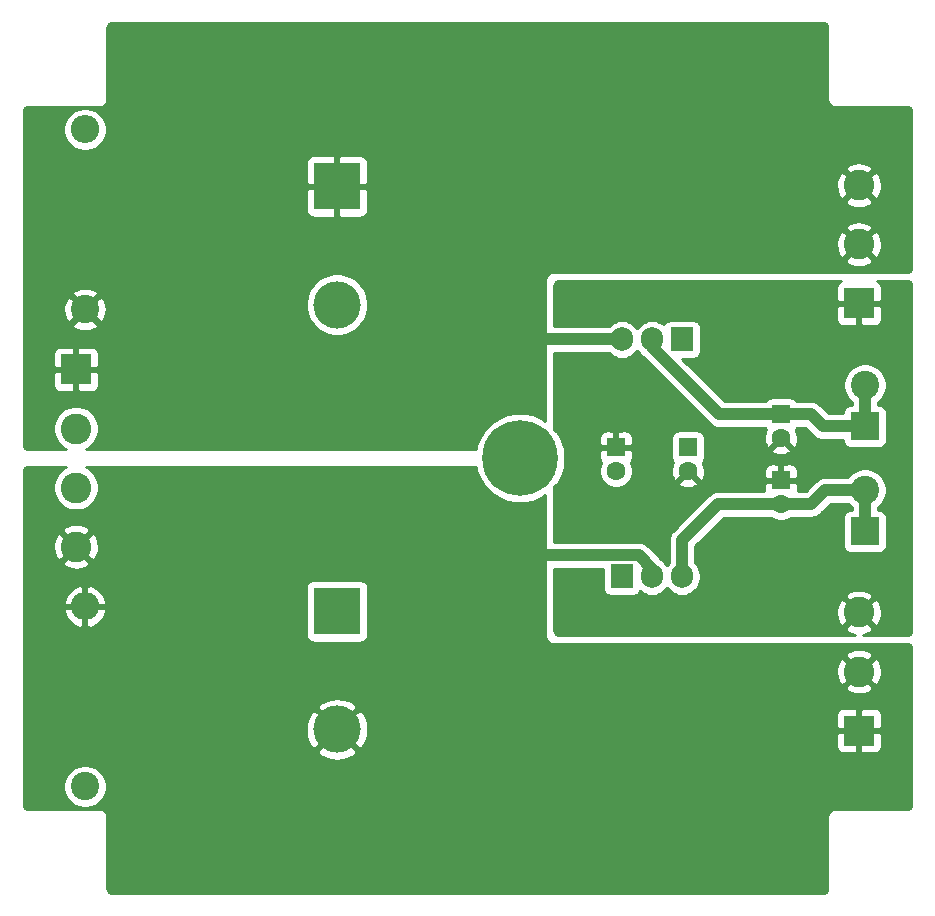
<source format=gbr>
G04 #@! TF.GenerationSoftware,KiCad,Pcbnew,5.1.9*
G04 #@! TF.CreationDate,2021-04-19T04:00:47-04:00*
G04 #@! TF.ProjectId,lm3886_psu,6c6d3338-3836-45f7-9073-752e6b696361,rev?*
G04 #@! TF.SameCoordinates,Original*
G04 #@! TF.FileFunction,Copper,L1,Top*
G04 #@! TF.FilePolarity,Positive*
%FSLAX46Y46*%
G04 Gerber Fmt 4.6, Leading zero omitted, Abs format (unit mm)*
G04 Created by KiCad (PCBNEW 5.1.9) date 2021-04-19 04:00:47*
%MOMM*%
%LPD*%
G01*
G04 APERTURE LIST*
G04 #@! TA.AperFunction,ComponentPad*
%ADD10C,0.800000*%
G04 #@! TD*
G04 #@! TA.AperFunction,ComponentPad*
%ADD11C,6.400000*%
G04 #@! TD*
G04 #@! TA.AperFunction,ComponentPad*
%ADD12C,1.600000*%
G04 #@! TD*
G04 #@! TA.AperFunction,ComponentPad*
%ADD13R,1.600000X1.600000*%
G04 #@! TD*
G04 #@! TA.AperFunction,ComponentPad*
%ADD14O,2.400000X2.400000*%
G04 #@! TD*
G04 #@! TA.AperFunction,ComponentPad*
%ADD15C,2.400000*%
G04 #@! TD*
G04 #@! TA.AperFunction,ComponentPad*
%ADD16O,1.905000X2.000000*%
G04 #@! TD*
G04 #@! TA.AperFunction,ComponentPad*
%ADD17R,1.905000X2.000000*%
G04 #@! TD*
G04 #@! TA.AperFunction,ComponentPad*
%ADD18R,2.400000X2.400000*%
G04 #@! TD*
G04 #@! TA.AperFunction,ComponentPad*
%ADD19C,2.600000*%
G04 #@! TD*
G04 #@! TA.AperFunction,ComponentPad*
%ADD20R,2.600000X2.600000*%
G04 #@! TD*
G04 #@! TA.AperFunction,ComponentPad*
%ADD21C,4.000000*%
G04 #@! TD*
G04 #@! TA.AperFunction,ComponentPad*
%ADD22R,4.000000X4.000000*%
G04 #@! TD*
G04 #@! TA.AperFunction,ViaPad*
%ADD23C,0.800000*%
G04 #@! TD*
G04 #@! TA.AperFunction,Conductor*
%ADD24C,1.000000*%
G04 #@! TD*
G04 #@! TA.AperFunction,Conductor*
%ADD25C,0.254000*%
G04 #@! TD*
G04 #@! TA.AperFunction,Conductor*
%ADD26C,0.100000*%
G04 #@! TD*
G04 APERTURE END LIST*
D10*
X123109056Y-88599944D03*
X121412000Y-87897000D03*
X119714944Y-88599944D03*
X119012000Y-90297000D03*
X119714944Y-91994056D03*
X121412000Y-92697000D03*
X123109056Y-91994056D03*
X123812000Y-90297000D03*
D11*
X121412000Y-90297000D03*
D12*
X143510000Y-94202000D03*
D13*
X143510000Y-92202000D03*
D12*
X143510000Y-88614000D03*
D13*
X143510000Y-86614000D03*
D12*
X129540000Y-91408000D03*
D13*
X129540000Y-89408000D03*
D12*
X135636000Y-91408000D03*
D13*
X135636000Y-89408000D03*
D14*
X84582000Y-102870000D03*
D15*
X84582000Y-118110000D03*
D14*
X84582000Y-62484000D03*
D15*
X84582000Y-77724000D03*
D16*
X135128000Y-100330000D03*
X132588000Y-100330000D03*
D17*
X130048000Y-100330000D03*
D16*
X130048000Y-80264000D03*
X132588000Y-80264000D03*
D17*
X135128000Y-80264000D03*
D15*
X150622000Y-93020000D03*
D18*
X150622000Y-96520000D03*
D15*
X150622000Y-84130000D03*
D18*
X150622000Y-87630000D03*
D19*
X150114000Y-103378000D03*
X150114000Y-108378000D03*
D20*
X150114000Y-113378000D03*
D19*
X150114000Y-67216000D03*
X150114000Y-72216000D03*
D20*
X150114000Y-77216000D03*
D19*
X83820000Y-97804000D03*
X83820000Y-92804000D03*
X83820000Y-87804000D03*
D20*
X83820000Y-82804000D03*
D21*
X105918000Y-113284000D03*
D22*
X105918000Y-103284000D03*
D21*
X105918000Y-77310000D03*
D22*
X105918000Y-67310000D03*
D23*
X139954000Y-75946000D03*
X139954000Y-76708000D03*
X139954000Y-77470000D03*
X139192000Y-75946000D03*
X139192000Y-76708000D03*
X139192000Y-77470000D03*
X138430000Y-75946000D03*
X138430000Y-76708000D03*
X138430000Y-77470000D03*
X125984000Y-76708000D03*
X126746000Y-77470000D03*
X125984000Y-77470000D03*
X125984000Y-75946000D03*
X125222000Y-77470000D03*
X125222000Y-75946000D03*
X126746000Y-76708000D03*
X125222000Y-76708000D03*
X126746000Y-75946000D03*
X125984000Y-104648000D03*
X125222000Y-104648000D03*
X126746000Y-103886000D03*
X126746000Y-104648000D03*
X125984000Y-103886000D03*
X125222000Y-103886000D03*
X126746000Y-103124000D03*
X125984000Y-103124000D03*
X125222000Y-103124000D03*
X139954000Y-104648000D03*
X138430000Y-103124000D03*
X139192000Y-103886000D03*
X139954000Y-103886000D03*
X139192000Y-104648000D03*
X139954000Y-103124000D03*
X139192000Y-103124000D03*
X138430000Y-104648000D03*
X138430000Y-103886000D03*
X127508000Y-76708000D03*
X127508000Y-77470000D03*
X127508000Y-75946000D03*
X137668000Y-75946000D03*
X137668000Y-76708000D03*
X137668000Y-77470000D03*
X127508000Y-104648000D03*
X127508000Y-103886000D03*
X127508000Y-103124000D03*
X137668000Y-104648000D03*
X137668000Y-103886000D03*
X137668000Y-103124000D03*
X125730000Y-81788000D03*
X126746000Y-81788000D03*
X125730000Y-97028000D03*
X126746000Y-97028000D03*
D24*
X130048000Y-80264000D02*
X122428000Y-80264000D01*
X132588000Y-99657498D02*
X131482502Y-98552000D01*
X132588000Y-100330000D02*
X132588000Y-99657498D01*
X131482502Y-98552000D02*
X122428000Y-98552000D01*
X150622000Y-87630000D02*
X150622000Y-84130000D01*
X138265498Y-86614000D02*
X143510000Y-86614000D01*
X132588000Y-80936502D02*
X138265498Y-86614000D01*
X132588000Y-80264000D02*
X132588000Y-80936502D01*
X143510000Y-86614000D02*
X146050000Y-86614000D01*
X147066000Y-87630000D02*
X150622000Y-87630000D01*
X146050000Y-86614000D02*
X147066000Y-87630000D01*
X150622000Y-93020000D02*
X150622000Y-96520000D01*
X135128000Y-100330000D02*
X135128000Y-97282000D01*
X138208000Y-94202000D02*
X143510000Y-94202000D01*
X135128000Y-97282000D02*
X138208000Y-94202000D01*
X143510000Y-94202000D02*
X146082000Y-94202000D01*
X147264000Y-93020000D02*
X150622000Y-93020000D01*
X146082000Y-94202000D02*
X147264000Y-93020000D01*
D25*
X147259955Y-53517923D02*
X147336976Y-53577024D01*
X147396077Y-53654045D01*
X147433231Y-53743743D01*
X147447000Y-53848328D01*
X147447000Y-59952000D01*
X147448086Y-59968577D01*
X147465123Y-60097987D01*
X147473704Y-60130011D01*
X147523654Y-60250601D01*
X147540232Y-60279313D01*
X147619692Y-60382866D01*
X147643134Y-60406308D01*
X147746687Y-60485768D01*
X147775399Y-60502346D01*
X147895989Y-60552296D01*
X147928013Y-60560877D01*
X148057423Y-60577914D01*
X148074000Y-60579000D01*
X154177672Y-60579000D01*
X154282257Y-60592769D01*
X154371955Y-60629923D01*
X154448976Y-60689024D01*
X154508077Y-60766045D01*
X154534000Y-60828629D01*
X154534000Y-74299370D01*
X154508077Y-74361955D01*
X154448976Y-74438976D01*
X154371955Y-74498077D01*
X154282257Y-74535231D01*
X154177672Y-74549000D01*
X124198000Y-74549000D01*
X124181423Y-74550086D01*
X124052013Y-74567123D01*
X124019989Y-74575704D01*
X123899399Y-74625654D01*
X123870687Y-74642232D01*
X123767134Y-74721692D01*
X123743692Y-74745134D01*
X123664232Y-74848687D01*
X123647654Y-74877399D01*
X123597704Y-74997989D01*
X123589123Y-75030013D01*
X123572086Y-75159423D01*
X123571000Y-75176000D01*
X123571000Y-87127282D01*
X123228554Y-86898467D01*
X122530628Y-86609377D01*
X121789715Y-86462000D01*
X121034285Y-86462000D01*
X120293372Y-86609377D01*
X119595446Y-86898467D01*
X118967330Y-87318161D01*
X118433161Y-87852330D01*
X118013467Y-88480446D01*
X117724377Y-89178372D01*
X117653439Y-89535000D01*
X84697395Y-89535000D01*
X84736566Y-89518775D01*
X85053491Y-89307013D01*
X85323013Y-89037491D01*
X85534775Y-88720566D01*
X85680639Y-88368419D01*
X85755000Y-87994581D01*
X85755000Y-87613419D01*
X85680639Y-87239581D01*
X85534775Y-86887434D01*
X85323013Y-86570509D01*
X85053491Y-86300987D01*
X84736566Y-86089225D01*
X84384419Y-85943361D01*
X84010581Y-85869000D01*
X83629419Y-85869000D01*
X83255581Y-85943361D01*
X82903434Y-86089225D01*
X82586509Y-86300987D01*
X82316987Y-86570509D01*
X82105225Y-86887434D01*
X81959361Y-87239581D01*
X81885000Y-87613419D01*
X81885000Y-87994581D01*
X81959361Y-88368419D01*
X82105225Y-88720566D01*
X82316987Y-89037491D01*
X82586509Y-89307013D01*
X82903434Y-89518775D01*
X82942605Y-89535000D01*
X79756328Y-89535000D01*
X79651743Y-89521231D01*
X79562045Y-89484077D01*
X79485024Y-89424976D01*
X79425923Y-89347955D01*
X79400000Y-89285371D01*
X79400000Y-84104000D01*
X81881928Y-84104000D01*
X81894188Y-84228482D01*
X81930498Y-84348180D01*
X81989463Y-84458494D01*
X82068815Y-84555185D01*
X82165506Y-84634537D01*
X82275820Y-84693502D01*
X82395518Y-84729812D01*
X82520000Y-84742072D01*
X83534250Y-84739000D01*
X83693000Y-84580250D01*
X83693000Y-82931000D01*
X83947000Y-82931000D01*
X83947000Y-84580250D01*
X84105750Y-84739000D01*
X85120000Y-84742072D01*
X85244482Y-84729812D01*
X85364180Y-84693502D01*
X85474494Y-84634537D01*
X85571185Y-84555185D01*
X85650537Y-84458494D01*
X85709502Y-84348180D01*
X85745812Y-84228482D01*
X85758072Y-84104000D01*
X85755000Y-83089750D01*
X85596250Y-82931000D01*
X83947000Y-82931000D01*
X83693000Y-82931000D01*
X82043750Y-82931000D01*
X81885000Y-83089750D01*
X81881928Y-84104000D01*
X79400000Y-84104000D01*
X79400000Y-81504000D01*
X81881928Y-81504000D01*
X81885000Y-82518250D01*
X82043750Y-82677000D01*
X83693000Y-82677000D01*
X83693000Y-81027750D01*
X83947000Y-81027750D01*
X83947000Y-82677000D01*
X85596250Y-82677000D01*
X85755000Y-82518250D01*
X85758072Y-81504000D01*
X85745812Y-81379518D01*
X85709502Y-81259820D01*
X85650537Y-81149506D01*
X85571185Y-81052815D01*
X85474494Y-80973463D01*
X85364180Y-80914498D01*
X85244482Y-80878188D01*
X85120000Y-80865928D01*
X84105750Y-80869000D01*
X83947000Y-81027750D01*
X83693000Y-81027750D01*
X83534250Y-80869000D01*
X82520000Y-80865928D01*
X82395518Y-80878188D01*
X82275820Y-80914498D01*
X82165506Y-80973463D01*
X82068815Y-81052815D01*
X81989463Y-81149506D01*
X81930498Y-81259820D01*
X81894188Y-81379518D01*
X81881928Y-81504000D01*
X79400000Y-81504000D01*
X79400000Y-79001980D01*
X83483626Y-79001980D01*
X83603514Y-79286836D01*
X83927210Y-79447699D01*
X84276069Y-79542322D01*
X84636684Y-79567067D01*
X84995198Y-79520985D01*
X85337833Y-79405846D01*
X85560486Y-79286836D01*
X85680374Y-79001980D01*
X84582000Y-77903605D01*
X83483626Y-79001980D01*
X79400000Y-79001980D01*
X79400000Y-77778684D01*
X82738933Y-77778684D01*
X82785015Y-78137198D01*
X82900154Y-78479833D01*
X83019164Y-78702486D01*
X83304020Y-78822374D01*
X84402395Y-77724000D01*
X84761605Y-77724000D01*
X85859980Y-78822374D01*
X86144836Y-78702486D01*
X86305699Y-78378790D01*
X86400322Y-78029931D01*
X86425067Y-77669316D01*
X86378985Y-77310802D01*
X86291505Y-77050475D01*
X103283000Y-77050475D01*
X103283000Y-77569525D01*
X103384261Y-78078601D01*
X103582893Y-78558141D01*
X103871262Y-78989715D01*
X104238285Y-79356738D01*
X104669859Y-79645107D01*
X105149399Y-79843739D01*
X105658475Y-79945000D01*
X106177525Y-79945000D01*
X106686601Y-79843739D01*
X107166141Y-79645107D01*
X107597715Y-79356738D01*
X107964738Y-78989715D01*
X108253107Y-78558141D01*
X108451739Y-78078601D01*
X108553000Y-77569525D01*
X108553000Y-77050475D01*
X108451739Y-76541399D01*
X108253107Y-76061859D01*
X107964738Y-75630285D01*
X107597715Y-75263262D01*
X107166141Y-74974893D01*
X106686601Y-74776261D01*
X106177525Y-74675000D01*
X105658475Y-74675000D01*
X105149399Y-74776261D01*
X104669859Y-74974893D01*
X104238285Y-75263262D01*
X103871262Y-75630285D01*
X103582893Y-76061859D01*
X103384261Y-76541399D01*
X103283000Y-77050475D01*
X86291505Y-77050475D01*
X86263846Y-76968167D01*
X86144836Y-76745514D01*
X85859980Y-76625626D01*
X84761605Y-77724000D01*
X84402395Y-77724000D01*
X83304020Y-76625626D01*
X83019164Y-76745514D01*
X82858301Y-77069210D01*
X82763678Y-77418069D01*
X82738933Y-77778684D01*
X79400000Y-77778684D01*
X79400000Y-76446020D01*
X83483626Y-76446020D01*
X84582000Y-77544395D01*
X85680374Y-76446020D01*
X85560486Y-76161164D01*
X85236790Y-76000301D01*
X84887931Y-75905678D01*
X84527316Y-75880933D01*
X84168802Y-75927015D01*
X83826167Y-76042154D01*
X83603514Y-76161164D01*
X83483626Y-76446020D01*
X79400000Y-76446020D01*
X79400000Y-73565224D01*
X148944381Y-73565224D01*
X149076317Y-73860312D01*
X149417045Y-74031159D01*
X149784557Y-74132250D01*
X150164729Y-74159701D01*
X150542951Y-74112457D01*
X150904690Y-73992333D01*
X151151683Y-73860312D01*
X151283619Y-73565224D01*
X150114000Y-72395605D01*
X148944381Y-73565224D01*
X79400000Y-73565224D01*
X79400000Y-72266729D01*
X148170299Y-72266729D01*
X148217543Y-72644951D01*
X148337667Y-73006690D01*
X148469688Y-73253683D01*
X148764776Y-73385619D01*
X149934395Y-72216000D01*
X150293605Y-72216000D01*
X151463224Y-73385619D01*
X151758312Y-73253683D01*
X151929159Y-72912955D01*
X152030250Y-72545443D01*
X152057701Y-72165271D01*
X152010457Y-71787049D01*
X151890333Y-71425310D01*
X151758312Y-71178317D01*
X151463224Y-71046381D01*
X150293605Y-72216000D01*
X149934395Y-72216000D01*
X148764776Y-71046381D01*
X148469688Y-71178317D01*
X148298841Y-71519045D01*
X148197750Y-71886557D01*
X148170299Y-72266729D01*
X79400000Y-72266729D01*
X79400000Y-70866776D01*
X148944381Y-70866776D01*
X150114000Y-72036395D01*
X151283619Y-70866776D01*
X151151683Y-70571688D01*
X150810955Y-70400841D01*
X150443443Y-70299750D01*
X150063271Y-70272299D01*
X149685049Y-70319543D01*
X149323310Y-70439667D01*
X149076317Y-70571688D01*
X148944381Y-70866776D01*
X79400000Y-70866776D01*
X79400000Y-69310000D01*
X103279928Y-69310000D01*
X103292188Y-69434482D01*
X103328498Y-69554180D01*
X103387463Y-69664494D01*
X103466815Y-69761185D01*
X103563506Y-69840537D01*
X103673820Y-69899502D01*
X103793518Y-69935812D01*
X103918000Y-69948072D01*
X105632250Y-69945000D01*
X105791000Y-69786250D01*
X105791000Y-67437000D01*
X106045000Y-67437000D01*
X106045000Y-69786250D01*
X106203750Y-69945000D01*
X107918000Y-69948072D01*
X108042482Y-69935812D01*
X108162180Y-69899502D01*
X108272494Y-69840537D01*
X108369185Y-69761185D01*
X108448537Y-69664494D01*
X108507502Y-69554180D01*
X108543812Y-69434482D01*
X108556072Y-69310000D01*
X108554738Y-68565224D01*
X148944381Y-68565224D01*
X149076317Y-68860312D01*
X149417045Y-69031159D01*
X149784557Y-69132250D01*
X150164729Y-69159701D01*
X150542951Y-69112457D01*
X150904690Y-68992333D01*
X151151683Y-68860312D01*
X151283619Y-68565224D01*
X150114000Y-67395605D01*
X148944381Y-68565224D01*
X108554738Y-68565224D01*
X108553000Y-67595750D01*
X108394250Y-67437000D01*
X106045000Y-67437000D01*
X105791000Y-67437000D01*
X103441750Y-67437000D01*
X103283000Y-67595750D01*
X103279928Y-69310000D01*
X79400000Y-69310000D01*
X79400000Y-67266729D01*
X148170299Y-67266729D01*
X148217543Y-67644951D01*
X148337667Y-68006690D01*
X148469688Y-68253683D01*
X148764776Y-68385619D01*
X149934395Y-67216000D01*
X150293605Y-67216000D01*
X151463224Y-68385619D01*
X151758312Y-68253683D01*
X151929159Y-67912955D01*
X152030250Y-67545443D01*
X152057701Y-67165271D01*
X152010457Y-66787049D01*
X151890333Y-66425310D01*
X151758312Y-66178317D01*
X151463224Y-66046381D01*
X150293605Y-67216000D01*
X149934395Y-67216000D01*
X148764776Y-66046381D01*
X148469688Y-66178317D01*
X148298841Y-66519045D01*
X148197750Y-66886557D01*
X148170299Y-67266729D01*
X79400000Y-67266729D01*
X79400000Y-65310000D01*
X103279928Y-65310000D01*
X103283000Y-67024250D01*
X103441750Y-67183000D01*
X105791000Y-67183000D01*
X105791000Y-64833750D01*
X106045000Y-64833750D01*
X106045000Y-67183000D01*
X108394250Y-67183000D01*
X108553000Y-67024250D01*
X108555074Y-65866776D01*
X148944381Y-65866776D01*
X150114000Y-67036395D01*
X151283619Y-65866776D01*
X151151683Y-65571688D01*
X150810955Y-65400841D01*
X150443443Y-65299750D01*
X150063271Y-65272299D01*
X149685049Y-65319543D01*
X149323310Y-65439667D01*
X149076317Y-65571688D01*
X148944381Y-65866776D01*
X108555074Y-65866776D01*
X108556072Y-65310000D01*
X108543812Y-65185518D01*
X108507502Y-65065820D01*
X108448537Y-64955506D01*
X108369185Y-64858815D01*
X108272494Y-64779463D01*
X108162180Y-64720498D01*
X108042482Y-64684188D01*
X107918000Y-64671928D01*
X106203750Y-64675000D01*
X106045000Y-64833750D01*
X105791000Y-64833750D01*
X105632250Y-64675000D01*
X103918000Y-64671928D01*
X103793518Y-64684188D01*
X103673820Y-64720498D01*
X103563506Y-64779463D01*
X103466815Y-64858815D01*
X103387463Y-64955506D01*
X103328498Y-65065820D01*
X103292188Y-65185518D01*
X103279928Y-65310000D01*
X79400000Y-65310000D01*
X79400000Y-62303268D01*
X82747000Y-62303268D01*
X82747000Y-62664732D01*
X82817518Y-63019250D01*
X82955844Y-63353199D01*
X83156662Y-63653744D01*
X83412256Y-63909338D01*
X83712801Y-64110156D01*
X84046750Y-64248482D01*
X84401268Y-64319000D01*
X84762732Y-64319000D01*
X85117250Y-64248482D01*
X85451199Y-64110156D01*
X85751744Y-63909338D01*
X86007338Y-63653744D01*
X86208156Y-63353199D01*
X86346482Y-63019250D01*
X86417000Y-62664732D01*
X86417000Y-62303268D01*
X86346482Y-61948750D01*
X86208156Y-61614801D01*
X86007338Y-61314256D01*
X85751744Y-61058662D01*
X85451199Y-60857844D01*
X85117250Y-60719518D01*
X84762732Y-60649000D01*
X84401268Y-60649000D01*
X84046750Y-60719518D01*
X83712801Y-60857844D01*
X83412256Y-61058662D01*
X83156662Y-61314256D01*
X82955844Y-61614801D01*
X82817518Y-61948750D01*
X82747000Y-62303268D01*
X79400000Y-62303268D01*
X79400000Y-60828629D01*
X79425923Y-60766045D01*
X79485024Y-60689024D01*
X79562045Y-60629923D01*
X79651743Y-60592769D01*
X79756328Y-60579000D01*
X85860000Y-60579000D01*
X85876577Y-60577914D01*
X86005987Y-60560877D01*
X86038011Y-60552296D01*
X86158601Y-60502346D01*
X86187313Y-60485768D01*
X86290866Y-60406308D01*
X86314308Y-60382866D01*
X86393768Y-60279313D01*
X86410346Y-60250601D01*
X86460296Y-60130011D01*
X86468877Y-60097987D01*
X86485914Y-59968577D01*
X86487000Y-59952000D01*
X86487000Y-53848328D01*
X86500769Y-53743743D01*
X86537923Y-53654045D01*
X86597024Y-53577024D01*
X86674045Y-53517923D01*
X86736629Y-53492000D01*
X147197371Y-53492000D01*
X147259955Y-53517923D01*
G04 #@! TA.AperFunction,Conductor*
D26*
G36*
X147259955Y-53517923D02*
G01*
X147336976Y-53577024D01*
X147396077Y-53654045D01*
X147433231Y-53743743D01*
X147447000Y-53848328D01*
X147447000Y-59952000D01*
X147448086Y-59968577D01*
X147465123Y-60097987D01*
X147473704Y-60130011D01*
X147523654Y-60250601D01*
X147540232Y-60279313D01*
X147619692Y-60382866D01*
X147643134Y-60406308D01*
X147746687Y-60485768D01*
X147775399Y-60502346D01*
X147895989Y-60552296D01*
X147928013Y-60560877D01*
X148057423Y-60577914D01*
X148074000Y-60579000D01*
X154177672Y-60579000D01*
X154282257Y-60592769D01*
X154371955Y-60629923D01*
X154448976Y-60689024D01*
X154508077Y-60766045D01*
X154534000Y-60828629D01*
X154534000Y-74299370D01*
X154508077Y-74361955D01*
X154448976Y-74438976D01*
X154371955Y-74498077D01*
X154282257Y-74535231D01*
X154177672Y-74549000D01*
X124198000Y-74549000D01*
X124181423Y-74550086D01*
X124052013Y-74567123D01*
X124019989Y-74575704D01*
X123899399Y-74625654D01*
X123870687Y-74642232D01*
X123767134Y-74721692D01*
X123743692Y-74745134D01*
X123664232Y-74848687D01*
X123647654Y-74877399D01*
X123597704Y-74997989D01*
X123589123Y-75030013D01*
X123572086Y-75159423D01*
X123571000Y-75176000D01*
X123571000Y-87127282D01*
X123228554Y-86898467D01*
X122530628Y-86609377D01*
X121789715Y-86462000D01*
X121034285Y-86462000D01*
X120293372Y-86609377D01*
X119595446Y-86898467D01*
X118967330Y-87318161D01*
X118433161Y-87852330D01*
X118013467Y-88480446D01*
X117724377Y-89178372D01*
X117653439Y-89535000D01*
X84697395Y-89535000D01*
X84736566Y-89518775D01*
X85053491Y-89307013D01*
X85323013Y-89037491D01*
X85534775Y-88720566D01*
X85680639Y-88368419D01*
X85755000Y-87994581D01*
X85755000Y-87613419D01*
X85680639Y-87239581D01*
X85534775Y-86887434D01*
X85323013Y-86570509D01*
X85053491Y-86300987D01*
X84736566Y-86089225D01*
X84384419Y-85943361D01*
X84010581Y-85869000D01*
X83629419Y-85869000D01*
X83255581Y-85943361D01*
X82903434Y-86089225D01*
X82586509Y-86300987D01*
X82316987Y-86570509D01*
X82105225Y-86887434D01*
X81959361Y-87239581D01*
X81885000Y-87613419D01*
X81885000Y-87994581D01*
X81959361Y-88368419D01*
X82105225Y-88720566D01*
X82316987Y-89037491D01*
X82586509Y-89307013D01*
X82903434Y-89518775D01*
X82942605Y-89535000D01*
X79756328Y-89535000D01*
X79651743Y-89521231D01*
X79562045Y-89484077D01*
X79485024Y-89424976D01*
X79425923Y-89347955D01*
X79400000Y-89285371D01*
X79400000Y-84104000D01*
X81881928Y-84104000D01*
X81894188Y-84228482D01*
X81930498Y-84348180D01*
X81989463Y-84458494D01*
X82068815Y-84555185D01*
X82165506Y-84634537D01*
X82275820Y-84693502D01*
X82395518Y-84729812D01*
X82520000Y-84742072D01*
X83534250Y-84739000D01*
X83693000Y-84580250D01*
X83693000Y-82931000D01*
X83947000Y-82931000D01*
X83947000Y-84580250D01*
X84105750Y-84739000D01*
X85120000Y-84742072D01*
X85244482Y-84729812D01*
X85364180Y-84693502D01*
X85474494Y-84634537D01*
X85571185Y-84555185D01*
X85650537Y-84458494D01*
X85709502Y-84348180D01*
X85745812Y-84228482D01*
X85758072Y-84104000D01*
X85755000Y-83089750D01*
X85596250Y-82931000D01*
X83947000Y-82931000D01*
X83693000Y-82931000D01*
X82043750Y-82931000D01*
X81885000Y-83089750D01*
X81881928Y-84104000D01*
X79400000Y-84104000D01*
X79400000Y-81504000D01*
X81881928Y-81504000D01*
X81885000Y-82518250D01*
X82043750Y-82677000D01*
X83693000Y-82677000D01*
X83693000Y-81027750D01*
X83947000Y-81027750D01*
X83947000Y-82677000D01*
X85596250Y-82677000D01*
X85755000Y-82518250D01*
X85758072Y-81504000D01*
X85745812Y-81379518D01*
X85709502Y-81259820D01*
X85650537Y-81149506D01*
X85571185Y-81052815D01*
X85474494Y-80973463D01*
X85364180Y-80914498D01*
X85244482Y-80878188D01*
X85120000Y-80865928D01*
X84105750Y-80869000D01*
X83947000Y-81027750D01*
X83693000Y-81027750D01*
X83534250Y-80869000D01*
X82520000Y-80865928D01*
X82395518Y-80878188D01*
X82275820Y-80914498D01*
X82165506Y-80973463D01*
X82068815Y-81052815D01*
X81989463Y-81149506D01*
X81930498Y-81259820D01*
X81894188Y-81379518D01*
X81881928Y-81504000D01*
X79400000Y-81504000D01*
X79400000Y-79001980D01*
X83483626Y-79001980D01*
X83603514Y-79286836D01*
X83927210Y-79447699D01*
X84276069Y-79542322D01*
X84636684Y-79567067D01*
X84995198Y-79520985D01*
X85337833Y-79405846D01*
X85560486Y-79286836D01*
X85680374Y-79001980D01*
X84582000Y-77903605D01*
X83483626Y-79001980D01*
X79400000Y-79001980D01*
X79400000Y-77778684D01*
X82738933Y-77778684D01*
X82785015Y-78137198D01*
X82900154Y-78479833D01*
X83019164Y-78702486D01*
X83304020Y-78822374D01*
X84402395Y-77724000D01*
X84761605Y-77724000D01*
X85859980Y-78822374D01*
X86144836Y-78702486D01*
X86305699Y-78378790D01*
X86400322Y-78029931D01*
X86425067Y-77669316D01*
X86378985Y-77310802D01*
X86291505Y-77050475D01*
X103283000Y-77050475D01*
X103283000Y-77569525D01*
X103384261Y-78078601D01*
X103582893Y-78558141D01*
X103871262Y-78989715D01*
X104238285Y-79356738D01*
X104669859Y-79645107D01*
X105149399Y-79843739D01*
X105658475Y-79945000D01*
X106177525Y-79945000D01*
X106686601Y-79843739D01*
X107166141Y-79645107D01*
X107597715Y-79356738D01*
X107964738Y-78989715D01*
X108253107Y-78558141D01*
X108451739Y-78078601D01*
X108553000Y-77569525D01*
X108553000Y-77050475D01*
X108451739Y-76541399D01*
X108253107Y-76061859D01*
X107964738Y-75630285D01*
X107597715Y-75263262D01*
X107166141Y-74974893D01*
X106686601Y-74776261D01*
X106177525Y-74675000D01*
X105658475Y-74675000D01*
X105149399Y-74776261D01*
X104669859Y-74974893D01*
X104238285Y-75263262D01*
X103871262Y-75630285D01*
X103582893Y-76061859D01*
X103384261Y-76541399D01*
X103283000Y-77050475D01*
X86291505Y-77050475D01*
X86263846Y-76968167D01*
X86144836Y-76745514D01*
X85859980Y-76625626D01*
X84761605Y-77724000D01*
X84402395Y-77724000D01*
X83304020Y-76625626D01*
X83019164Y-76745514D01*
X82858301Y-77069210D01*
X82763678Y-77418069D01*
X82738933Y-77778684D01*
X79400000Y-77778684D01*
X79400000Y-76446020D01*
X83483626Y-76446020D01*
X84582000Y-77544395D01*
X85680374Y-76446020D01*
X85560486Y-76161164D01*
X85236790Y-76000301D01*
X84887931Y-75905678D01*
X84527316Y-75880933D01*
X84168802Y-75927015D01*
X83826167Y-76042154D01*
X83603514Y-76161164D01*
X83483626Y-76446020D01*
X79400000Y-76446020D01*
X79400000Y-73565224D01*
X148944381Y-73565224D01*
X149076317Y-73860312D01*
X149417045Y-74031159D01*
X149784557Y-74132250D01*
X150164729Y-74159701D01*
X150542951Y-74112457D01*
X150904690Y-73992333D01*
X151151683Y-73860312D01*
X151283619Y-73565224D01*
X150114000Y-72395605D01*
X148944381Y-73565224D01*
X79400000Y-73565224D01*
X79400000Y-72266729D01*
X148170299Y-72266729D01*
X148217543Y-72644951D01*
X148337667Y-73006690D01*
X148469688Y-73253683D01*
X148764776Y-73385619D01*
X149934395Y-72216000D01*
X150293605Y-72216000D01*
X151463224Y-73385619D01*
X151758312Y-73253683D01*
X151929159Y-72912955D01*
X152030250Y-72545443D01*
X152057701Y-72165271D01*
X152010457Y-71787049D01*
X151890333Y-71425310D01*
X151758312Y-71178317D01*
X151463224Y-71046381D01*
X150293605Y-72216000D01*
X149934395Y-72216000D01*
X148764776Y-71046381D01*
X148469688Y-71178317D01*
X148298841Y-71519045D01*
X148197750Y-71886557D01*
X148170299Y-72266729D01*
X79400000Y-72266729D01*
X79400000Y-70866776D01*
X148944381Y-70866776D01*
X150114000Y-72036395D01*
X151283619Y-70866776D01*
X151151683Y-70571688D01*
X150810955Y-70400841D01*
X150443443Y-70299750D01*
X150063271Y-70272299D01*
X149685049Y-70319543D01*
X149323310Y-70439667D01*
X149076317Y-70571688D01*
X148944381Y-70866776D01*
X79400000Y-70866776D01*
X79400000Y-69310000D01*
X103279928Y-69310000D01*
X103292188Y-69434482D01*
X103328498Y-69554180D01*
X103387463Y-69664494D01*
X103466815Y-69761185D01*
X103563506Y-69840537D01*
X103673820Y-69899502D01*
X103793518Y-69935812D01*
X103918000Y-69948072D01*
X105632250Y-69945000D01*
X105791000Y-69786250D01*
X105791000Y-67437000D01*
X106045000Y-67437000D01*
X106045000Y-69786250D01*
X106203750Y-69945000D01*
X107918000Y-69948072D01*
X108042482Y-69935812D01*
X108162180Y-69899502D01*
X108272494Y-69840537D01*
X108369185Y-69761185D01*
X108448537Y-69664494D01*
X108507502Y-69554180D01*
X108543812Y-69434482D01*
X108556072Y-69310000D01*
X108554738Y-68565224D01*
X148944381Y-68565224D01*
X149076317Y-68860312D01*
X149417045Y-69031159D01*
X149784557Y-69132250D01*
X150164729Y-69159701D01*
X150542951Y-69112457D01*
X150904690Y-68992333D01*
X151151683Y-68860312D01*
X151283619Y-68565224D01*
X150114000Y-67395605D01*
X148944381Y-68565224D01*
X108554738Y-68565224D01*
X108553000Y-67595750D01*
X108394250Y-67437000D01*
X106045000Y-67437000D01*
X105791000Y-67437000D01*
X103441750Y-67437000D01*
X103283000Y-67595750D01*
X103279928Y-69310000D01*
X79400000Y-69310000D01*
X79400000Y-67266729D01*
X148170299Y-67266729D01*
X148217543Y-67644951D01*
X148337667Y-68006690D01*
X148469688Y-68253683D01*
X148764776Y-68385619D01*
X149934395Y-67216000D01*
X150293605Y-67216000D01*
X151463224Y-68385619D01*
X151758312Y-68253683D01*
X151929159Y-67912955D01*
X152030250Y-67545443D01*
X152057701Y-67165271D01*
X152010457Y-66787049D01*
X151890333Y-66425310D01*
X151758312Y-66178317D01*
X151463224Y-66046381D01*
X150293605Y-67216000D01*
X149934395Y-67216000D01*
X148764776Y-66046381D01*
X148469688Y-66178317D01*
X148298841Y-66519045D01*
X148197750Y-66886557D01*
X148170299Y-67266729D01*
X79400000Y-67266729D01*
X79400000Y-65310000D01*
X103279928Y-65310000D01*
X103283000Y-67024250D01*
X103441750Y-67183000D01*
X105791000Y-67183000D01*
X105791000Y-64833750D01*
X106045000Y-64833750D01*
X106045000Y-67183000D01*
X108394250Y-67183000D01*
X108553000Y-67024250D01*
X108555074Y-65866776D01*
X148944381Y-65866776D01*
X150114000Y-67036395D01*
X151283619Y-65866776D01*
X151151683Y-65571688D01*
X150810955Y-65400841D01*
X150443443Y-65299750D01*
X150063271Y-65272299D01*
X149685049Y-65319543D01*
X149323310Y-65439667D01*
X149076317Y-65571688D01*
X148944381Y-65866776D01*
X108555074Y-65866776D01*
X108556072Y-65310000D01*
X108543812Y-65185518D01*
X108507502Y-65065820D01*
X108448537Y-64955506D01*
X108369185Y-64858815D01*
X108272494Y-64779463D01*
X108162180Y-64720498D01*
X108042482Y-64684188D01*
X107918000Y-64671928D01*
X106203750Y-64675000D01*
X106045000Y-64833750D01*
X105791000Y-64833750D01*
X105632250Y-64675000D01*
X103918000Y-64671928D01*
X103793518Y-64684188D01*
X103673820Y-64720498D01*
X103563506Y-64779463D01*
X103466815Y-64858815D01*
X103387463Y-64955506D01*
X103328498Y-65065820D01*
X103292188Y-65185518D01*
X103279928Y-65310000D01*
X79400000Y-65310000D01*
X79400000Y-62303268D01*
X82747000Y-62303268D01*
X82747000Y-62664732D01*
X82817518Y-63019250D01*
X82955844Y-63353199D01*
X83156662Y-63653744D01*
X83412256Y-63909338D01*
X83712801Y-64110156D01*
X84046750Y-64248482D01*
X84401268Y-64319000D01*
X84762732Y-64319000D01*
X85117250Y-64248482D01*
X85451199Y-64110156D01*
X85751744Y-63909338D01*
X86007338Y-63653744D01*
X86208156Y-63353199D01*
X86346482Y-63019250D01*
X86417000Y-62664732D01*
X86417000Y-62303268D01*
X86346482Y-61948750D01*
X86208156Y-61614801D01*
X86007338Y-61314256D01*
X85751744Y-61058662D01*
X85451199Y-60857844D01*
X85117250Y-60719518D01*
X84762732Y-60649000D01*
X84401268Y-60649000D01*
X84046750Y-60719518D01*
X83712801Y-60857844D01*
X83412256Y-61058662D01*
X83156662Y-61314256D01*
X82955844Y-61614801D01*
X82817518Y-61948750D01*
X82747000Y-62303268D01*
X79400000Y-62303268D01*
X79400000Y-60828629D01*
X79425923Y-60766045D01*
X79485024Y-60689024D01*
X79562045Y-60629923D01*
X79651743Y-60592769D01*
X79756328Y-60579000D01*
X85860000Y-60579000D01*
X85876577Y-60577914D01*
X86005987Y-60560877D01*
X86038011Y-60552296D01*
X86158601Y-60502346D01*
X86187313Y-60485768D01*
X86290866Y-60406308D01*
X86314308Y-60382866D01*
X86393768Y-60279313D01*
X86410346Y-60250601D01*
X86460296Y-60130011D01*
X86468877Y-60097987D01*
X86485914Y-59968577D01*
X86487000Y-59952000D01*
X86487000Y-53848328D01*
X86500769Y-53743743D01*
X86537923Y-53654045D01*
X86597024Y-53577024D01*
X86674045Y-53517923D01*
X86736629Y-53492000D01*
X147197371Y-53492000D01*
X147259955Y-53517923D01*
G37*
G04 #@! TD.AperFunction*
D25*
X82903434Y-91089225D02*
X82586509Y-91300987D01*
X82316987Y-91570509D01*
X82105225Y-91887434D01*
X81959361Y-92239581D01*
X81885000Y-92613419D01*
X81885000Y-92994581D01*
X81959361Y-93368419D01*
X82105225Y-93720566D01*
X82316987Y-94037491D01*
X82586509Y-94307013D01*
X82903434Y-94518775D01*
X83255581Y-94664639D01*
X83629419Y-94739000D01*
X84010581Y-94739000D01*
X84384419Y-94664639D01*
X84736566Y-94518775D01*
X85053491Y-94307013D01*
X85323013Y-94037491D01*
X85534775Y-93720566D01*
X85680639Y-93368419D01*
X85755000Y-92994581D01*
X85755000Y-92613419D01*
X85680639Y-92239581D01*
X85534775Y-91887434D01*
X85323013Y-91570509D01*
X85053491Y-91300987D01*
X84736566Y-91089225D01*
X84663596Y-91059000D01*
X117653439Y-91059000D01*
X117724377Y-91415628D01*
X118013467Y-92113554D01*
X118433161Y-92741670D01*
X118967330Y-93275839D01*
X119595446Y-93695533D01*
X120293372Y-93984623D01*
X121034285Y-94132000D01*
X121789715Y-94132000D01*
X122530628Y-93984623D01*
X123228554Y-93695533D01*
X123571000Y-93466718D01*
X123571000Y-105418000D01*
X123572086Y-105434577D01*
X123589123Y-105563987D01*
X123597704Y-105596011D01*
X123647654Y-105716601D01*
X123664232Y-105745313D01*
X123743692Y-105848866D01*
X123767134Y-105872308D01*
X123870687Y-105951768D01*
X123899399Y-105968346D01*
X124019989Y-106018296D01*
X124052013Y-106026877D01*
X124181423Y-106043914D01*
X124198000Y-106045000D01*
X154177672Y-106045000D01*
X154282257Y-106058769D01*
X154371955Y-106095923D01*
X154448976Y-106155024D01*
X154508077Y-106232045D01*
X154534001Y-106294631D01*
X154534001Y-119765369D01*
X154508077Y-119827955D01*
X154448976Y-119904976D01*
X154371955Y-119964077D01*
X154282257Y-120001231D01*
X154177672Y-120015000D01*
X148074000Y-120015000D01*
X148057423Y-120016086D01*
X147928013Y-120033123D01*
X147895989Y-120041704D01*
X147775399Y-120091654D01*
X147746687Y-120108232D01*
X147643134Y-120187692D01*
X147619692Y-120211134D01*
X147540232Y-120314687D01*
X147523654Y-120343399D01*
X147473704Y-120463989D01*
X147465123Y-120496013D01*
X147448086Y-120625423D01*
X147447000Y-120642000D01*
X147447000Y-126745672D01*
X147433231Y-126850257D01*
X147396077Y-126939955D01*
X147336976Y-127016976D01*
X147259955Y-127076077D01*
X147197371Y-127102000D01*
X86736629Y-127102000D01*
X86674045Y-127076077D01*
X86597024Y-127016976D01*
X86537923Y-126939955D01*
X86500769Y-126850257D01*
X86487000Y-126745672D01*
X86487000Y-120642000D01*
X86485914Y-120625423D01*
X86468877Y-120496013D01*
X86460296Y-120463989D01*
X86410346Y-120343399D01*
X86393768Y-120314687D01*
X86314308Y-120211134D01*
X86290866Y-120187692D01*
X86187313Y-120108232D01*
X86158601Y-120091654D01*
X86038011Y-120041704D01*
X86005987Y-120033123D01*
X85876577Y-120016086D01*
X85860000Y-120015000D01*
X79756328Y-120015000D01*
X79651743Y-120001231D01*
X79562045Y-119964077D01*
X79485024Y-119904976D01*
X79425923Y-119827955D01*
X79400000Y-119765371D01*
X79400000Y-117929268D01*
X82747000Y-117929268D01*
X82747000Y-118290732D01*
X82817518Y-118645250D01*
X82955844Y-118979199D01*
X83156662Y-119279744D01*
X83412256Y-119535338D01*
X83712801Y-119736156D01*
X84046750Y-119874482D01*
X84401268Y-119945000D01*
X84762732Y-119945000D01*
X85117250Y-119874482D01*
X85451199Y-119736156D01*
X85751744Y-119535338D01*
X86007338Y-119279744D01*
X86208156Y-118979199D01*
X86346482Y-118645250D01*
X86417000Y-118290732D01*
X86417000Y-117929268D01*
X86346482Y-117574750D01*
X86208156Y-117240801D01*
X86007338Y-116940256D01*
X85751744Y-116684662D01*
X85451199Y-116483844D01*
X85117250Y-116345518D01*
X84762732Y-116275000D01*
X84401268Y-116275000D01*
X84046750Y-116345518D01*
X83712801Y-116483844D01*
X83412256Y-116684662D01*
X83156662Y-116940256D01*
X82955844Y-117240801D01*
X82817518Y-117574750D01*
X82747000Y-117929268D01*
X79400000Y-117929268D01*
X79400000Y-115131499D01*
X104250106Y-115131499D01*
X104466228Y-115498258D01*
X104926105Y-115738938D01*
X105424098Y-115885275D01*
X105941071Y-115931648D01*
X106457159Y-115876273D01*
X106952526Y-115721279D01*
X107369772Y-115498258D01*
X107585894Y-115131499D01*
X105918000Y-113463605D01*
X104250106Y-115131499D01*
X79400000Y-115131499D01*
X79400000Y-113307071D01*
X103270352Y-113307071D01*
X103325727Y-113823159D01*
X103480721Y-114318526D01*
X103703742Y-114735772D01*
X104070501Y-114951894D01*
X105738395Y-113284000D01*
X106097605Y-113284000D01*
X107765499Y-114951894D01*
X108132258Y-114735772D01*
X108162493Y-114678000D01*
X148175928Y-114678000D01*
X148188188Y-114802482D01*
X148224498Y-114922180D01*
X148283463Y-115032494D01*
X148362815Y-115129185D01*
X148459506Y-115208537D01*
X148569820Y-115267502D01*
X148689518Y-115303812D01*
X148814000Y-115316072D01*
X149828250Y-115313000D01*
X149987000Y-115154250D01*
X149987000Y-113505000D01*
X150241000Y-113505000D01*
X150241000Y-115154250D01*
X150399750Y-115313000D01*
X151414000Y-115316072D01*
X151538482Y-115303812D01*
X151658180Y-115267502D01*
X151768494Y-115208537D01*
X151865185Y-115129185D01*
X151944537Y-115032494D01*
X152003502Y-114922180D01*
X152039812Y-114802482D01*
X152052072Y-114678000D01*
X152049000Y-113663750D01*
X151890250Y-113505000D01*
X150241000Y-113505000D01*
X149987000Y-113505000D01*
X148337750Y-113505000D01*
X148179000Y-113663750D01*
X148175928Y-114678000D01*
X108162493Y-114678000D01*
X108372938Y-114275895D01*
X108519275Y-113777902D01*
X108565648Y-113260929D01*
X108510273Y-112744841D01*
X108355279Y-112249474D01*
X108263625Y-112078000D01*
X148175928Y-112078000D01*
X148179000Y-113092250D01*
X148337750Y-113251000D01*
X149987000Y-113251000D01*
X149987000Y-111601750D01*
X150241000Y-111601750D01*
X150241000Y-113251000D01*
X151890250Y-113251000D01*
X152049000Y-113092250D01*
X152052072Y-112078000D01*
X152039812Y-111953518D01*
X152003502Y-111833820D01*
X151944537Y-111723506D01*
X151865185Y-111626815D01*
X151768494Y-111547463D01*
X151658180Y-111488498D01*
X151538482Y-111452188D01*
X151414000Y-111439928D01*
X150399750Y-111443000D01*
X150241000Y-111601750D01*
X149987000Y-111601750D01*
X149828250Y-111443000D01*
X148814000Y-111439928D01*
X148689518Y-111452188D01*
X148569820Y-111488498D01*
X148459506Y-111547463D01*
X148362815Y-111626815D01*
X148283463Y-111723506D01*
X148224498Y-111833820D01*
X148188188Y-111953518D01*
X148175928Y-112078000D01*
X108263625Y-112078000D01*
X108132258Y-111832228D01*
X107765499Y-111616106D01*
X106097605Y-113284000D01*
X105738395Y-113284000D01*
X104070501Y-111616106D01*
X103703742Y-111832228D01*
X103463062Y-112292105D01*
X103316725Y-112790098D01*
X103270352Y-113307071D01*
X79400000Y-113307071D01*
X79400000Y-111436501D01*
X104250106Y-111436501D01*
X105918000Y-113104395D01*
X107585894Y-111436501D01*
X107369772Y-111069742D01*
X106909895Y-110829062D01*
X106411902Y-110682725D01*
X105894929Y-110636352D01*
X105378841Y-110691727D01*
X104883474Y-110846721D01*
X104466228Y-111069742D01*
X104250106Y-111436501D01*
X79400000Y-111436501D01*
X79400000Y-109727224D01*
X148944381Y-109727224D01*
X149076317Y-110022312D01*
X149417045Y-110193159D01*
X149784557Y-110294250D01*
X150164729Y-110321701D01*
X150542951Y-110274457D01*
X150904690Y-110154333D01*
X151151683Y-110022312D01*
X151283619Y-109727224D01*
X150114000Y-108557605D01*
X148944381Y-109727224D01*
X79400000Y-109727224D01*
X79400000Y-108428729D01*
X148170299Y-108428729D01*
X148217543Y-108806951D01*
X148337667Y-109168690D01*
X148469688Y-109415683D01*
X148764776Y-109547619D01*
X149934395Y-108378000D01*
X150293605Y-108378000D01*
X151463224Y-109547619D01*
X151758312Y-109415683D01*
X151929159Y-109074955D01*
X152030250Y-108707443D01*
X152057701Y-108327271D01*
X152010457Y-107949049D01*
X151890333Y-107587310D01*
X151758312Y-107340317D01*
X151463224Y-107208381D01*
X150293605Y-108378000D01*
X149934395Y-108378000D01*
X148764776Y-107208381D01*
X148469688Y-107340317D01*
X148298841Y-107681045D01*
X148197750Y-108048557D01*
X148170299Y-108428729D01*
X79400000Y-108428729D01*
X79400000Y-107028776D01*
X148944381Y-107028776D01*
X150114000Y-108198395D01*
X151283619Y-107028776D01*
X151151683Y-106733688D01*
X150810955Y-106562841D01*
X150443443Y-106461750D01*
X150063271Y-106434299D01*
X149685049Y-106481543D01*
X149323310Y-106601667D01*
X149076317Y-106733688D01*
X148944381Y-107028776D01*
X79400000Y-107028776D01*
X79400000Y-103281806D01*
X82793801Y-103281806D01*
X82908500Y-103622754D01*
X83087511Y-103934774D01*
X83323954Y-104205875D01*
X83608743Y-104425639D01*
X83930934Y-104585621D01*
X84170195Y-104658195D01*
X84455000Y-104541432D01*
X84455000Y-102997000D01*
X84709000Y-102997000D01*
X84709000Y-104541432D01*
X84993805Y-104658195D01*
X85233066Y-104585621D01*
X85555257Y-104425639D01*
X85840046Y-104205875D01*
X86076489Y-103934774D01*
X86255500Y-103622754D01*
X86370199Y-103281806D01*
X86253854Y-102997000D01*
X84709000Y-102997000D01*
X84455000Y-102997000D01*
X82910146Y-102997000D01*
X82793801Y-103281806D01*
X79400000Y-103281806D01*
X79400000Y-102458194D01*
X82793801Y-102458194D01*
X82910146Y-102743000D01*
X84455000Y-102743000D01*
X84455000Y-101198568D01*
X84709000Y-101198568D01*
X84709000Y-102743000D01*
X86253854Y-102743000D01*
X86370199Y-102458194D01*
X86255500Y-102117246D01*
X86076489Y-101805226D01*
X85840046Y-101534125D01*
X85555257Y-101314361D01*
X85494113Y-101284000D01*
X103279928Y-101284000D01*
X103279928Y-105284000D01*
X103292188Y-105408482D01*
X103328498Y-105528180D01*
X103387463Y-105638494D01*
X103466815Y-105735185D01*
X103563506Y-105814537D01*
X103673820Y-105873502D01*
X103793518Y-105909812D01*
X103918000Y-105922072D01*
X107918000Y-105922072D01*
X108042482Y-105909812D01*
X108162180Y-105873502D01*
X108272494Y-105814537D01*
X108369185Y-105735185D01*
X108448537Y-105638494D01*
X108507502Y-105528180D01*
X108543812Y-105408482D01*
X108556072Y-105284000D01*
X108556072Y-101284000D01*
X108543812Y-101159518D01*
X108507502Y-101039820D01*
X108448537Y-100929506D01*
X108369185Y-100832815D01*
X108272494Y-100753463D01*
X108162180Y-100694498D01*
X108042482Y-100658188D01*
X107918000Y-100645928D01*
X103918000Y-100645928D01*
X103793518Y-100658188D01*
X103673820Y-100694498D01*
X103563506Y-100753463D01*
X103466815Y-100832815D01*
X103387463Y-100929506D01*
X103328498Y-101039820D01*
X103292188Y-101159518D01*
X103279928Y-101284000D01*
X85494113Y-101284000D01*
X85233066Y-101154379D01*
X84993805Y-101081805D01*
X84709000Y-101198568D01*
X84455000Y-101198568D01*
X84170195Y-101081805D01*
X83930934Y-101154379D01*
X83608743Y-101314361D01*
X83323954Y-101534125D01*
X83087511Y-101805226D01*
X82908500Y-102117246D01*
X82793801Y-102458194D01*
X79400000Y-102458194D01*
X79400000Y-99153224D01*
X82650381Y-99153224D01*
X82782317Y-99448312D01*
X83123045Y-99619159D01*
X83490557Y-99720250D01*
X83870729Y-99747701D01*
X84248951Y-99700457D01*
X84610690Y-99580333D01*
X84857683Y-99448312D01*
X84989619Y-99153224D01*
X83820000Y-97983605D01*
X82650381Y-99153224D01*
X79400000Y-99153224D01*
X79400000Y-97854729D01*
X81876299Y-97854729D01*
X81923543Y-98232951D01*
X82043667Y-98594690D01*
X82175688Y-98841683D01*
X82470776Y-98973619D01*
X83640395Y-97804000D01*
X83999605Y-97804000D01*
X85169224Y-98973619D01*
X85464312Y-98841683D01*
X85635159Y-98500955D01*
X85736250Y-98133443D01*
X85763701Y-97753271D01*
X85716457Y-97375049D01*
X85596333Y-97013310D01*
X85464312Y-96766317D01*
X85169224Y-96634381D01*
X83999605Y-97804000D01*
X83640395Y-97804000D01*
X82470776Y-96634381D01*
X82175688Y-96766317D01*
X82004841Y-97107045D01*
X81903750Y-97474557D01*
X81876299Y-97854729D01*
X79400000Y-97854729D01*
X79400000Y-96454776D01*
X82650381Y-96454776D01*
X83820000Y-97624395D01*
X84989619Y-96454776D01*
X84857683Y-96159688D01*
X84516955Y-95988841D01*
X84149443Y-95887750D01*
X83769271Y-95860299D01*
X83391049Y-95907543D01*
X83029310Y-96027667D01*
X82782317Y-96159688D01*
X82650381Y-96454776D01*
X79400000Y-96454776D01*
X79400000Y-91308629D01*
X79425923Y-91246045D01*
X79485024Y-91169024D01*
X79562045Y-91109923D01*
X79651743Y-91072769D01*
X79756328Y-91059000D01*
X82976404Y-91059000D01*
X82903434Y-91089225D01*
G04 #@! TA.AperFunction,Conductor*
D26*
G36*
X82903434Y-91089225D02*
G01*
X82586509Y-91300987D01*
X82316987Y-91570509D01*
X82105225Y-91887434D01*
X81959361Y-92239581D01*
X81885000Y-92613419D01*
X81885000Y-92994581D01*
X81959361Y-93368419D01*
X82105225Y-93720566D01*
X82316987Y-94037491D01*
X82586509Y-94307013D01*
X82903434Y-94518775D01*
X83255581Y-94664639D01*
X83629419Y-94739000D01*
X84010581Y-94739000D01*
X84384419Y-94664639D01*
X84736566Y-94518775D01*
X85053491Y-94307013D01*
X85323013Y-94037491D01*
X85534775Y-93720566D01*
X85680639Y-93368419D01*
X85755000Y-92994581D01*
X85755000Y-92613419D01*
X85680639Y-92239581D01*
X85534775Y-91887434D01*
X85323013Y-91570509D01*
X85053491Y-91300987D01*
X84736566Y-91089225D01*
X84663596Y-91059000D01*
X117653439Y-91059000D01*
X117724377Y-91415628D01*
X118013467Y-92113554D01*
X118433161Y-92741670D01*
X118967330Y-93275839D01*
X119595446Y-93695533D01*
X120293372Y-93984623D01*
X121034285Y-94132000D01*
X121789715Y-94132000D01*
X122530628Y-93984623D01*
X123228554Y-93695533D01*
X123571000Y-93466718D01*
X123571000Y-105418000D01*
X123572086Y-105434577D01*
X123589123Y-105563987D01*
X123597704Y-105596011D01*
X123647654Y-105716601D01*
X123664232Y-105745313D01*
X123743692Y-105848866D01*
X123767134Y-105872308D01*
X123870687Y-105951768D01*
X123899399Y-105968346D01*
X124019989Y-106018296D01*
X124052013Y-106026877D01*
X124181423Y-106043914D01*
X124198000Y-106045000D01*
X154177672Y-106045000D01*
X154282257Y-106058769D01*
X154371955Y-106095923D01*
X154448976Y-106155024D01*
X154508077Y-106232045D01*
X154534001Y-106294631D01*
X154534001Y-119765369D01*
X154508077Y-119827955D01*
X154448976Y-119904976D01*
X154371955Y-119964077D01*
X154282257Y-120001231D01*
X154177672Y-120015000D01*
X148074000Y-120015000D01*
X148057423Y-120016086D01*
X147928013Y-120033123D01*
X147895989Y-120041704D01*
X147775399Y-120091654D01*
X147746687Y-120108232D01*
X147643134Y-120187692D01*
X147619692Y-120211134D01*
X147540232Y-120314687D01*
X147523654Y-120343399D01*
X147473704Y-120463989D01*
X147465123Y-120496013D01*
X147448086Y-120625423D01*
X147447000Y-120642000D01*
X147447000Y-126745672D01*
X147433231Y-126850257D01*
X147396077Y-126939955D01*
X147336976Y-127016976D01*
X147259955Y-127076077D01*
X147197371Y-127102000D01*
X86736629Y-127102000D01*
X86674045Y-127076077D01*
X86597024Y-127016976D01*
X86537923Y-126939955D01*
X86500769Y-126850257D01*
X86487000Y-126745672D01*
X86487000Y-120642000D01*
X86485914Y-120625423D01*
X86468877Y-120496013D01*
X86460296Y-120463989D01*
X86410346Y-120343399D01*
X86393768Y-120314687D01*
X86314308Y-120211134D01*
X86290866Y-120187692D01*
X86187313Y-120108232D01*
X86158601Y-120091654D01*
X86038011Y-120041704D01*
X86005987Y-120033123D01*
X85876577Y-120016086D01*
X85860000Y-120015000D01*
X79756328Y-120015000D01*
X79651743Y-120001231D01*
X79562045Y-119964077D01*
X79485024Y-119904976D01*
X79425923Y-119827955D01*
X79400000Y-119765371D01*
X79400000Y-117929268D01*
X82747000Y-117929268D01*
X82747000Y-118290732D01*
X82817518Y-118645250D01*
X82955844Y-118979199D01*
X83156662Y-119279744D01*
X83412256Y-119535338D01*
X83712801Y-119736156D01*
X84046750Y-119874482D01*
X84401268Y-119945000D01*
X84762732Y-119945000D01*
X85117250Y-119874482D01*
X85451199Y-119736156D01*
X85751744Y-119535338D01*
X86007338Y-119279744D01*
X86208156Y-118979199D01*
X86346482Y-118645250D01*
X86417000Y-118290732D01*
X86417000Y-117929268D01*
X86346482Y-117574750D01*
X86208156Y-117240801D01*
X86007338Y-116940256D01*
X85751744Y-116684662D01*
X85451199Y-116483844D01*
X85117250Y-116345518D01*
X84762732Y-116275000D01*
X84401268Y-116275000D01*
X84046750Y-116345518D01*
X83712801Y-116483844D01*
X83412256Y-116684662D01*
X83156662Y-116940256D01*
X82955844Y-117240801D01*
X82817518Y-117574750D01*
X82747000Y-117929268D01*
X79400000Y-117929268D01*
X79400000Y-115131499D01*
X104250106Y-115131499D01*
X104466228Y-115498258D01*
X104926105Y-115738938D01*
X105424098Y-115885275D01*
X105941071Y-115931648D01*
X106457159Y-115876273D01*
X106952526Y-115721279D01*
X107369772Y-115498258D01*
X107585894Y-115131499D01*
X105918000Y-113463605D01*
X104250106Y-115131499D01*
X79400000Y-115131499D01*
X79400000Y-113307071D01*
X103270352Y-113307071D01*
X103325727Y-113823159D01*
X103480721Y-114318526D01*
X103703742Y-114735772D01*
X104070501Y-114951894D01*
X105738395Y-113284000D01*
X106097605Y-113284000D01*
X107765499Y-114951894D01*
X108132258Y-114735772D01*
X108162493Y-114678000D01*
X148175928Y-114678000D01*
X148188188Y-114802482D01*
X148224498Y-114922180D01*
X148283463Y-115032494D01*
X148362815Y-115129185D01*
X148459506Y-115208537D01*
X148569820Y-115267502D01*
X148689518Y-115303812D01*
X148814000Y-115316072D01*
X149828250Y-115313000D01*
X149987000Y-115154250D01*
X149987000Y-113505000D01*
X150241000Y-113505000D01*
X150241000Y-115154250D01*
X150399750Y-115313000D01*
X151414000Y-115316072D01*
X151538482Y-115303812D01*
X151658180Y-115267502D01*
X151768494Y-115208537D01*
X151865185Y-115129185D01*
X151944537Y-115032494D01*
X152003502Y-114922180D01*
X152039812Y-114802482D01*
X152052072Y-114678000D01*
X152049000Y-113663750D01*
X151890250Y-113505000D01*
X150241000Y-113505000D01*
X149987000Y-113505000D01*
X148337750Y-113505000D01*
X148179000Y-113663750D01*
X148175928Y-114678000D01*
X108162493Y-114678000D01*
X108372938Y-114275895D01*
X108519275Y-113777902D01*
X108565648Y-113260929D01*
X108510273Y-112744841D01*
X108355279Y-112249474D01*
X108263625Y-112078000D01*
X148175928Y-112078000D01*
X148179000Y-113092250D01*
X148337750Y-113251000D01*
X149987000Y-113251000D01*
X149987000Y-111601750D01*
X150241000Y-111601750D01*
X150241000Y-113251000D01*
X151890250Y-113251000D01*
X152049000Y-113092250D01*
X152052072Y-112078000D01*
X152039812Y-111953518D01*
X152003502Y-111833820D01*
X151944537Y-111723506D01*
X151865185Y-111626815D01*
X151768494Y-111547463D01*
X151658180Y-111488498D01*
X151538482Y-111452188D01*
X151414000Y-111439928D01*
X150399750Y-111443000D01*
X150241000Y-111601750D01*
X149987000Y-111601750D01*
X149828250Y-111443000D01*
X148814000Y-111439928D01*
X148689518Y-111452188D01*
X148569820Y-111488498D01*
X148459506Y-111547463D01*
X148362815Y-111626815D01*
X148283463Y-111723506D01*
X148224498Y-111833820D01*
X148188188Y-111953518D01*
X148175928Y-112078000D01*
X108263625Y-112078000D01*
X108132258Y-111832228D01*
X107765499Y-111616106D01*
X106097605Y-113284000D01*
X105738395Y-113284000D01*
X104070501Y-111616106D01*
X103703742Y-111832228D01*
X103463062Y-112292105D01*
X103316725Y-112790098D01*
X103270352Y-113307071D01*
X79400000Y-113307071D01*
X79400000Y-111436501D01*
X104250106Y-111436501D01*
X105918000Y-113104395D01*
X107585894Y-111436501D01*
X107369772Y-111069742D01*
X106909895Y-110829062D01*
X106411902Y-110682725D01*
X105894929Y-110636352D01*
X105378841Y-110691727D01*
X104883474Y-110846721D01*
X104466228Y-111069742D01*
X104250106Y-111436501D01*
X79400000Y-111436501D01*
X79400000Y-109727224D01*
X148944381Y-109727224D01*
X149076317Y-110022312D01*
X149417045Y-110193159D01*
X149784557Y-110294250D01*
X150164729Y-110321701D01*
X150542951Y-110274457D01*
X150904690Y-110154333D01*
X151151683Y-110022312D01*
X151283619Y-109727224D01*
X150114000Y-108557605D01*
X148944381Y-109727224D01*
X79400000Y-109727224D01*
X79400000Y-108428729D01*
X148170299Y-108428729D01*
X148217543Y-108806951D01*
X148337667Y-109168690D01*
X148469688Y-109415683D01*
X148764776Y-109547619D01*
X149934395Y-108378000D01*
X150293605Y-108378000D01*
X151463224Y-109547619D01*
X151758312Y-109415683D01*
X151929159Y-109074955D01*
X152030250Y-108707443D01*
X152057701Y-108327271D01*
X152010457Y-107949049D01*
X151890333Y-107587310D01*
X151758312Y-107340317D01*
X151463224Y-107208381D01*
X150293605Y-108378000D01*
X149934395Y-108378000D01*
X148764776Y-107208381D01*
X148469688Y-107340317D01*
X148298841Y-107681045D01*
X148197750Y-108048557D01*
X148170299Y-108428729D01*
X79400000Y-108428729D01*
X79400000Y-107028776D01*
X148944381Y-107028776D01*
X150114000Y-108198395D01*
X151283619Y-107028776D01*
X151151683Y-106733688D01*
X150810955Y-106562841D01*
X150443443Y-106461750D01*
X150063271Y-106434299D01*
X149685049Y-106481543D01*
X149323310Y-106601667D01*
X149076317Y-106733688D01*
X148944381Y-107028776D01*
X79400000Y-107028776D01*
X79400000Y-103281806D01*
X82793801Y-103281806D01*
X82908500Y-103622754D01*
X83087511Y-103934774D01*
X83323954Y-104205875D01*
X83608743Y-104425639D01*
X83930934Y-104585621D01*
X84170195Y-104658195D01*
X84455000Y-104541432D01*
X84455000Y-102997000D01*
X84709000Y-102997000D01*
X84709000Y-104541432D01*
X84993805Y-104658195D01*
X85233066Y-104585621D01*
X85555257Y-104425639D01*
X85840046Y-104205875D01*
X86076489Y-103934774D01*
X86255500Y-103622754D01*
X86370199Y-103281806D01*
X86253854Y-102997000D01*
X84709000Y-102997000D01*
X84455000Y-102997000D01*
X82910146Y-102997000D01*
X82793801Y-103281806D01*
X79400000Y-103281806D01*
X79400000Y-102458194D01*
X82793801Y-102458194D01*
X82910146Y-102743000D01*
X84455000Y-102743000D01*
X84455000Y-101198568D01*
X84709000Y-101198568D01*
X84709000Y-102743000D01*
X86253854Y-102743000D01*
X86370199Y-102458194D01*
X86255500Y-102117246D01*
X86076489Y-101805226D01*
X85840046Y-101534125D01*
X85555257Y-101314361D01*
X85494113Y-101284000D01*
X103279928Y-101284000D01*
X103279928Y-105284000D01*
X103292188Y-105408482D01*
X103328498Y-105528180D01*
X103387463Y-105638494D01*
X103466815Y-105735185D01*
X103563506Y-105814537D01*
X103673820Y-105873502D01*
X103793518Y-105909812D01*
X103918000Y-105922072D01*
X107918000Y-105922072D01*
X108042482Y-105909812D01*
X108162180Y-105873502D01*
X108272494Y-105814537D01*
X108369185Y-105735185D01*
X108448537Y-105638494D01*
X108507502Y-105528180D01*
X108543812Y-105408482D01*
X108556072Y-105284000D01*
X108556072Y-101284000D01*
X108543812Y-101159518D01*
X108507502Y-101039820D01*
X108448537Y-100929506D01*
X108369185Y-100832815D01*
X108272494Y-100753463D01*
X108162180Y-100694498D01*
X108042482Y-100658188D01*
X107918000Y-100645928D01*
X103918000Y-100645928D01*
X103793518Y-100658188D01*
X103673820Y-100694498D01*
X103563506Y-100753463D01*
X103466815Y-100832815D01*
X103387463Y-100929506D01*
X103328498Y-101039820D01*
X103292188Y-101159518D01*
X103279928Y-101284000D01*
X85494113Y-101284000D01*
X85233066Y-101154379D01*
X84993805Y-101081805D01*
X84709000Y-101198568D01*
X84455000Y-101198568D01*
X84170195Y-101081805D01*
X83930934Y-101154379D01*
X83608743Y-101314361D01*
X83323954Y-101534125D01*
X83087511Y-101805226D01*
X82908500Y-102117246D01*
X82793801Y-102458194D01*
X79400000Y-102458194D01*
X79400000Y-99153224D01*
X82650381Y-99153224D01*
X82782317Y-99448312D01*
X83123045Y-99619159D01*
X83490557Y-99720250D01*
X83870729Y-99747701D01*
X84248951Y-99700457D01*
X84610690Y-99580333D01*
X84857683Y-99448312D01*
X84989619Y-99153224D01*
X83820000Y-97983605D01*
X82650381Y-99153224D01*
X79400000Y-99153224D01*
X79400000Y-97854729D01*
X81876299Y-97854729D01*
X81923543Y-98232951D01*
X82043667Y-98594690D01*
X82175688Y-98841683D01*
X82470776Y-98973619D01*
X83640395Y-97804000D01*
X83999605Y-97804000D01*
X85169224Y-98973619D01*
X85464312Y-98841683D01*
X85635159Y-98500955D01*
X85736250Y-98133443D01*
X85763701Y-97753271D01*
X85716457Y-97375049D01*
X85596333Y-97013310D01*
X85464312Y-96766317D01*
X85169224Y-96634381D01*
X83999605Y-97804000D01*
X83640395Y-97804000D01*
X82470776Y-96634381D01*
X82175688Y-96766317D01*
X82004841Y-97107045D01*
X81903750Y-97474557D01*
X81876299Y-97854729D01*
X79400000Y-97854729D01*
X79400000Y-96454776D01*
X82650381Y-96454776D01*
X83820000Y-97624395D01*
X84989619Y-96454776D01*
X84857683Y-96159688D01*
X84516955Y-95988841D01*
X84149443Y-95887750D01*
X83769271Y-95860299D01*
X83391049Y-95907543D01*
X83029310Y-96027667D01*
X82782317Y-96159688D01*
X82650381Y-96454776D01*
X79400000Y-96454776D01*
X79400000Y-91308629D01*
X79425923Y-91246045D01*
X79485024Y-91169024D01*
X79562045Y-91109923D01*
X79651743Y-91072769D01*
X79756328Y-91059000D01*
X82976404Y-91059000D01*
X82903434Y-91089225D01*
G37*
G04 #@! TD.AperFunction*
D25*
X148569820Y-75326498D02*
X148459506Y-75385463D01*
X148362815Y-75464815D01*
X148283463Y-75561506D01*
X148224498Y-75671820D01*
X148188188Y-75791518D01*
X148175928Y-75916000D01*
X148179000Y-76930250D01*
X148337750Y-77089000D01*
X149987000Y-77089000D01*
X149987000Y-77069000D01*
X150241000Y-77069000D01*
X150241000Y-77089000D01*
X151890250Y-77089000D01*
X152049000Y-76930250D01*
X152052072Y-75916000D01*
X152039812Y-75791518D01*
X152003502Y-75671820D01*
X151944537Y-75561506D01*
X151865185Y-75464815D01*
X151768494Y-75385463D01*
X151658180Y-75326498D01*
X151607090Y-75311000D01*
X154177672Y-75311000D01*
X154282257Y-75324769D01*
X154371955Y-75361923D01*
X154448976Y-75421024D01*
X154508077Y-75498045D01*
X154534000Y-75560630D01*
X154534001Y-105033369D01*
X154508077Y-105095955D01*
X154448976Y-105172976D01*
X154371955Y-105232077D01*
X154282257Y-105269231D01*
X154177672Y-105283000D01*
X150474558Y-105283000D01*
X150542951Y-105274457D01*
X150904690Y-105154333D01*
X151151683Y-105022312D01*
X151283619Y-104727224D01*
X150114000Y-103557605D01*
X148944381Y-104727224D01*
X149076317Y-105022312D01*
X149417045Y-105193159D01*
X149743658Y-105283000D01*
X124714328Y-105283000D01*
X124609743Y-105269231D01*
X124520045Y-105232077D01*
X124443024Y-105172976D01*
X124383923Y-105095955D01*
X124346769Y-105006257D01*
X124333000Y-104901672D01*
X124333000Y-103428729D01*
X148170299Y-103428729D01*
X148217543Y-103806951D01*
X148337667Y-104168690D01*
X148469688Y-104415683D01*
X148764776Y-104547619D01*
X149934395Y-103378000D01*
X150293605Y-103378000D01*
X151463224Y-104547619D01*
X151758312Y-104415683D01*
X151929159Y-104074955D01*
X152030250Y-103707443D01*
X152057701Y-103327271D01*
X152010457Y-102949049D01*
X151890333Y-102587310D01*
X151758312Y-102340317D01*
X151463224Y-102208381D01*
X150293605Y-103378000D01*
X149934395Y-103378000D01*
X148764776Y-102208381D01*
X148469688Y-102340317D01*
X148298841Y-102681045D01*
X148197750Y-103048557D01*
X148170299Y-103428729D01*
X124333000Y-103428729D01*
X124333000Y-102028776D01*
X148944381Y-102028776D01*
X150114000Y-103198395D01*
X151283619Y-102028776D01*
X151151683Y-101733688D01*
X150810955Y-101562841D01*
X150443443Y-101461750D01*
X150063271Y-101434299D01*
X149685049Y-101481543D01*
X149323310Y-101601667D01*
X149076317Y-101733688D01*
X148944381Y-102028776D01*
X124333000Y-102028776D01*
X124333000Y-99687000D01*
X128457428Y-99687000D01*
X128457428Y-101330000D01*
X128469688Y-101454482D01*
X128505998Y-101574180D01*
X128564963Y-101684494D01*
X128644315Y-101781185D01*
X128741006Y-101860537D01*
X128851320Y-101919502D01*
X128971018Y-101955812D01*
X129095500Y-101968072D01*
X131000500Y-101968072D01*
X131124982Y-101955812D01*
X131244680Y-101919502D01*
X131354994Y-101860537D01*
X131451685Y-101781185D01*
X131531037Y-101684494D01*
X131575905Y-101600553D01*
X131701766Y-101703845D01*
X131977552Y-101851255D01*
X132276797Y-101942030D01*
X132588000Y-101972681D01*
X132899204Y-101942030D01*
X133198449Y-101851255D01*
X133474235Y-101703845D01*
X133715963Y-101505463D01*
X133858000Y-101332391D01*
X134000037Y-101505463D01*
X134241766Y-101703845D01*
X134517552Y-101851255D01*
X134816797Y-101942030D01*
X135128000Y-101972681D01*
X135439204Y-101942030D01*
X135738449Y-101851255D01*
X136014235Y-101703845D01*
X136255963Y-101505463D01*
X136454345Y-101263734D01*
X136601755Y-100987948D01*
X136692530Y-100688703D01*
X136715500Y-100455485D01*
X136715500Y-100204514D01*
X136692530Y-99971296D01*
X136601755Y-99672051D01*
X136454345Y-99396265D01*
X136263000Y-99163112D01*
X136263000Y-97752131D01*
X138678132Y-95337000D01*
X142625716Y-95337000D01*
X142830273Y-95473680D01*
X143091426Y-95581853D01*
X143368665Y-95637000D01*
X143651335Y-95637000D01*
X143928574Y-95581853D01*
X144189727Y-95473680D01*
X144394284Y-95337000D01*
X146026249Y-95337000D01*
X146082000Y-95342491D01*
X146137751Y-95337000D01*
X146137752Y-95337000D01*
X146304499Y-95320577D01*
X146518447Y-95255676D01*
X146715623Y-95150284D01*
X146888449Y-95008449D01*
X146923996Y-94965135D01*
X147734132Y-94155000D01*
X149173447Y-94155000D01*
X149196662Y-94189744D01*
X149452256Y-94445338D01*
X149487000Y-94468554D01*
X149487000Y-94681928D01*
X149422000Y-94681928D01*
X149297518Y-94694188D01*
X149177820Y-94730498D01*
X149067506Y-94789463D01*
X148970815Y-94868815D01*
X148891463Y-94965506D01*
X148832498Y-95075820D01*
X148796188Y-95195518D01*
X148783928Y-95320000D01*
X148783928Y-97720000D01*
X148796188Y-97844482D01*
X148832498Y-97964180D01*
X148891463Y-98074494D01*
X148970815Y-98171185D01*
X149067506Y-98250537D01*
X149177820Y-98309502D01*
X149297518Y-98345812D01*
X149422000Y-98358072D01*
X151822000Y-98358072D01*
X151946482Y-98345812D01*
X152066180Y-98309502D01*
X152176494Y-98250537D01*
X152273185Y-98171185D01*
X152352537Y-98074494D01*
X152411502Y-97964180D01*
X152447812Y-97844482D01*
X152460072Y-97720000D01*
X152460072Y-95320000D01*
X152447812Y-95195518D01*
X152411502Y-95075820D01*
X152352537Y-94965506D01*
X152273185Y-94868815D01*
X152176494Y-94789463D01*
X152066180Y-94730498D01*
X151946482Y-94694188D01*
X151822000Y-94681928D01*
X151757000Y-94681928D01*
X151757000Y-94468553D01*
X151791744Y-94445338D01*
X152047338Y-94189744D01*
X152248156Y-93889199D01*
X152386482Y-93555250D01*
X152457000Y-93200732D01*
X152457000Y-92839268D01*
X152386482Y-92484750D01*
X152248156Y-92150801D01*
X152047338Y-91850256D01*
X151791744Y-91594662D01*
X151491199Y-91393844D01*
X151157250Y-91255518D01*
X150802732Y-91185000D01*
X150441268Y-91185000D01*
X150086750Y-91255518D01*
X149752801Y-91393844D01*
X149452256Y-91594662D01*
X149196662Y-91850256D01*
X149173447Y-91885000D01*
X147319741Y-91885000D01*
X147263999Y-91879510D01*
X147208257Y-91885000D01*
X147208248Y-91885000D01*
X147041501Y-91901423D01*
X146827553Y-91966324D01*
X146630377Y-92071716D01*
X146457551Y-92213551D01*
X146422008Y-92256860D01*
X145611869Y-93067000D01*
X144941670Y-93067000D01*
X144948072Y-93002000D01*
X144945000Y-92487750D01*
X144786250Y-92329000D01*
X143637000Y-92329000D01*
X143637000Y-92349000D01*
X143383000Y-92349000D01*
X143383000Y-92329000D01*
X142233750Y-92329000D01*
X142075000Y-92487750D01*
X142071928Y-93002000D01*
X142078330Y-93067000D01*
X138263752Y-93067000D01*
X138208000Y-93061509D01*
X138152248Y-93067000D01*
X137985501Y-93083423D01*
X137771553Y-93148324D01*
X137574377Y-93253716D01*
X137401551Y-93395551D01*
X137366011Y-93438857D01*
X134364860Y-96440009D01*
X134321552Y-96475551D01*
X134179717Y-96648377D01*
X134129408Y-96742499D01*
X134074324Y-96845554D01*
X134009423Y-97059502D01*
X133987509Y-97282000D01*
X133993001Y-97337761D01*
X133993000Y-99163111D01*
X133858000Y-99327609D01*
X133715963Y-99154537D01*
X133494062Y-98972427D01*
X133394449Y-98851049D01*
X133351140Y-98815506D01*
X132324498Y-97788864D01*
X132288951Y-97745551D01*
X132116125Y-97603716D01*
X131918949Y-97498324D01*
X131705001Y-97433423D01*
X131538254Y-97417000D01*
X131538253Y-97417000D01*
X131482502Y-97411509D01*
X131426751Y-97417000D01*
X124333000Y-97417000D01*
X124333000Y-92656361D01*
X124602548Y-92458088D01*
X124962849Y-91794118D01*
X125186694Y-91072615D01*
X125265480Y-90321305D01*
X125255042Y-90208000D01*
X128101928Y-90208000D01*
X128114188Y-90332482D01*
X128150498Y-90452180D01*
X128209463Y-90562494D01*
X128288815Y-90659185D01*
X128305393Y-90672790D01*
X128268320Y-90728273D01*
X128160147Y-90989426D01*
X128105000Y-91266665D01*
X128105000Y-91549335D01*
X128160147Y-91826574D01*
X128268320Y-92087727D01*
X128425363Y-92322759D01*
X128625241Y-92522637D01*
X128860273Y-92679680D01*
X129121426Y-92787853D01*
X129398665Y-92843000D01*
X129681335Y-92843000D01*
X129958574Y-92787853D01*
X130219727Y-92679680D01*
X130454759Y-92522637D01*
X130576694Y-92400702D01*
X134822903Y-92400702D01*
X134894486Y-92644671D01*
X135149996Y-92765571D01*
X135424184Y-92834300D01*
X135706512Y-92848217D01*
X135986130Y-92806787D01*
X136252292Y-92711603D01*
X136377514Y-92644671D01*
X136449097Y-92400702D01*
X135636000Y-91587605D01*
X134822903Y-92400702D01*
X130576694Y-92400702D01*
X130654637Y-92322759D01*
X130811680Y-92087727D01*
X130919853Y-91826574D01*
X130975000Y-91549335D01*
X130975000Y-91478512D01*
X134195783Y-91478512D01*
X134237213Y-91758130D01*
X134332397Y-92024292D01*
X134399329Y-92149514D01*
X134643298Y-92221097D01*
X135456395Y-91408000D01*
X135442253Y-91393858D01*
X135621858Y-91214253D01*
X135636000Y-91228395D01*
X135650143Y-91214253D01*
X135829748Y-91393858D01*
X135815605Y-91408000D01*
X136628702Y-92221097D01*
X136872671Y-92149514D01*
X136993571Y-91894004D01*
X137062300Y-91619816D01*
X137073036Y-91402000D01*
X142071928Y-91402000D01*
X142075000Y-91916250D01*
X142233750Y-92075000D01*
X143383000Y-92075000D01*
X143383000Y-90925750D01*
X143637000Y-90925750D01*
X143637000Y-92075000D01*
X144786250Y-92075000D01*
X144945000Y-91916250D01*
X144948072Y-91402000D01*
X144935812Y-91277518D01*
X144899502Y-91157820D01*
X144840537Y-91047506D01*
X144761185Y-90950815D01*
X144664494Y-90871463D01*
X144554180Y-90812498D01*
X144434482Y-90776188D01*
X144310000Y-90763928D01*
X143795750Y-90767000D01*
X143637000Y-90925750D01*
X143383000Y-90925750D01*
X143224250Y-90767000D01*
X142710000Y-90763928D01*
X142585518Y-90776188D01*
X142465820Y-90812498D01*
X142355506Y-90871463D01*
X142258815Y-90950815D01*
X142179463Y-91047506D01*
X142120498Y-91157820D01*
X142084188Y-91277518D01*
X142071928Y-91402000D01*
X137073036Y-91402000D01*
X137076217Y-91337488D01*
X137034787Y-91057870D01*
X136939603Y-90791708D01*
X136874384Y-90669691D01*
X136887185Y-90659185D01*
X136966537Y-90562494D01*
X137025502Y-90452180D01*
X137061812Y-90332482D01*
X137074072Y-90208000D01*
X137074072Y-89606702D01*
X142696903Y-89606702D01*
X142768486Y-89850671D01*
X143023996Y-89971571D01*
X143298184Y-90040300D01*
X143580512Y-90054217D01*
X143860130Y-90012787D01*
X144126292Y-89917603D01*
X144251514Y-89850671D01*
X144323097Y-89606702D01*
X143510000Y-88793605D01*
X142696903Y-89606702D01*
X137074072Y-89606702D01*
X137074072Y-88608000D01*
X137061812Y-88483518D01*
X137025502Y-88363820D01*
X136966537Y-88253506D01*
X136887185Y-88156815D01*
X136790494Y-88077463D01*
X136680180Y-88018498D01*
X136560482Y-87982188D01*
X136436000Y-87969928D01*
X134836000Y-87969928D01*
X134711518Y-87982188D01*
X134591820Y-88018498D01*
X134481506Y-88077463D01*
X134384815Y-88156815D01*
X134305463Y-88253506D01*
X134246498Y-88363820D01*
X134210188Y-88483518D01*
X134197928Y-88608000D01*
X134197928Y-90208000D01*
X134210188Y-90332482D01*
X134246498Y-90452180D01*
X134305463Y-90562494D01*
X134384815Y-90659185D01*
X134397758Y-90669807D01*
X134278429Y-90921996D01*
X134209700Y-91196184D01*
X134195783Y-91478512D01*
X130975000Y-91478512D01*
X130975000Y-91266665D01*
X130919853Y-90989426D01*
X130811680Y-90728273D01*
X130774607Y-90672790D01*
X130791185Y-90659185D01*
X130870537Y-90562494D01*
X130929502Y-90452180D01*
X130965812Y-90332482D01*
X130978072Y-90208000D01*
X130975000Y-89693750D01*
X130816250Y-89535000D01*
X129667000Y-89535000D01*
X129667000Y-89555000D01*
X129413000Y-89555000D01*
X129413000Y-89535000D01*
X128263750Y-89535000D01*
X128105000Y-89693750D01*
X128101928Y-90208000D01*
X125255042Y-90208000D01*
X125196178Y-89569062D01*
X124981452Y-88844792D01*
X124856799Y-88608000D01*
X128101928Y-88608000D01*
X128105000Y-89122250D01*
X128263750Y-89281000D01*
X129413000Y-89281000D01*
X129413000Y-88131750D01*
X129667000Y-88131750D01*
X129667000Y-89281000D01*
X130816250Y-89281000D01*
X130975000Y-89122250D01*
X130978072Y-88608000D01*
X130965812Y-88483518D01*
X130929502Y-88363820D01*
X130870537Y-88253506D01*
X130791185Y-88156815D01*
X130694494Y-88077463D01*
X130584180Y-88018498D01*
X130464482Y-87982188D01*
X130340000Y-87969928D01*
X129825750Y-87973000D01*
X129667000Y-88131750D01*
X129413000Y-88131750D01*
X129254250Y-87973000D01*
X128740000Y-87969928D01*
X128615518Y-87982188D01*
X128495820Y-88018498D01*
X128385506Y-88077463D01*
X128288815Y-88156815D01*
X128209463Y-88253506D01*
X128150498Y-88363820D01*
X128114188Y-88483518D01*
X128101928Y-88608000D01*
X124856799Y-88608000D01*
X124629555Y-88176330D01*
X124602548Y-88135912D01*
X124333000Y-87937639D01*
X124333000Y-81399000D01*
X128886830Y-81399000D01*
X128920037Y-81439463D01*
X129161765Y-81637845D01*
X129437551Y-81785255D01*
X129736796Y-81876030D01*
X130048000Y-81906681D01*
X130359203Y-81876030D01*
X130658448Y-81785255D01*
X130934234Y-81637845D01*
X131175963Y-81439463D01*
X131318000Y-81266391D01*
X131460037Y-81439463D01*
X131681943Y-81621577D01*
X131781552Y-81742951D01*
X131824860Y-81778493D01*
X137423511Y-87377146D01*
X137459049Y-87420449D01*
X137502352Y-87455987D01*
X137502354Y-87455989D01*
X137631875Y-87562284D01*
X137829051Y-87667676D01*
X138042999Y-87732577D01*
X138265498Y-87754491D01*
X138321250Y-87749000D01*
X142169043Y-87749000D01*
X142179463Y-87768494D01*
X142258815Y-87865185D01*
X142271758Y-87875807D01*
X142152429Y-88127996D01*
X142083700Y-88402184D01*
X142069783Y-88684512D01*
X142111213Y-88964130D01*
X142206397Y-89230292D01*
X142273329Y-89355514D01*
X142517298Y-89427097D01*
X143330395Y-88614000D01*
X143316253Y-88599858D01*
X143495858Y-88420253D01*
X143510000Y-88434395D01*
X143524143Y-88420253D01*
X143703748Y-88599858D01*
X143689605Y-88614000D01*
X144502702Y-89427097D01*
X144746671Y-89355514D01*
X144867571Y-89100004D01*
X144936300Y-88825816D01*
X144950217Y-88543488D01*
X144908787Y-88263870D01*
X144813603Y-87997708D01*
X144748384Y-87875691D01*
X144761185Y-87865185D01*
X144840537Y-87768494D01*
X144850957Y-87749000D01*
X145579869Y-87749000D01*
X146224008Y-88393140D01*
X146259551Y-88436449D01*
X146432377Y-88578284D01*
X146629553Y-88683676D01*
X146843501Y-88748577D01*
X147066000Y-88770491D01*
X147121751Y-88765000D01*
X148783928Y-88765000D01*
X148783928Y-88830000D01*
X148796188Y-88954482D01*
X148832498Y-89074180D01*
X148891463Y-89184494D01*
X148970815Y-89281185D01*
X149067506Y-89360537D01*
X149177820Y-89419502D01*
X149297518Y-89455812D01*
X149422000Y-89468072D01*
X151822000Y-89468072D01*
X151946482Y-89455812D01*
X152066180Y-89419502D01*
X152176494Y-89360537D01*
X152273185Y-89281185D01*
X152352537Y-89184494D01*
X152411502Y-89074180D01*
X152447812Y-88954482D01*
X152460072Y-88830000D01*
X152460072Y-86430000D01*
X152447812Y-86305518D01*
X152411502Y-86185820D01*
X152352537Y-86075506D01*
X152273185Y-85978815D01*
X152176494Y-85899463D01*
X152066180Y-85840498D01*
X151946482Y-85804188D01*
X151822000Y-85791928D01*
X151757000Y-85791928D01*
X151757000Y-85578553D01*
X151791744Y-85555338D01*
X152047338Y-85299744D01*
X152248156Y-84999199D01*
X152386482Y-84665250D01*
X152457000Y-84310732D01*
X152457000Y-83949268D01*
X152386482Y-83594750D01*
X152248156Y-83260801D01*
X152047338Y-82960256D01*
X151791744Y-82704662D01*
X151491199Y-82503844D01*
X151157250Y-82365518D01*
X150802732Y-82295000D01*
X150441268Y-82295000D01*
X150086750Y-82365518D01*
X149752801Y-82503844D01*
X149452256Y-82704662D01*
X149196662Y-82960256D01*
X148995844Y-83260801D01*
X148857518Y-83594750D01*
X148787000Y-83949268D01*
X148787000Y-84310732D01*
X148857518Y-84665250D01*
X148995844Y-84999199D01*
X149196662Y-85299744D01*
X149452256Y-85555338D01*
X149487001Y-85578554D01*
X149487001Y-85791928D01*
X149422000Y-85791928D01*
X149297518Y-85804188D01*
X149177820Y-85840498D01*
X149067506Y-85899463D01*
X148970815Y-85978815D01*
X148891463Y-86075506D01*
X148832498Y-86185820D01*
X148796188Y-86305518D01*
X148783928Y-86430000D01*
X148783928Y-86495000D01*
X147536132Y-86495000D01*
X146891996Y-85850864D01*
X146856449Y-85807551D01*
X146683623Y-85665716D01*
X146486447Y-85560324D01*
X146272499Y-85495423D01*
X146105752Y-85479000D01*
X146105751Y-85479000D01*
X146050000Y-85473509D01*
X145994249Y-85479000D01*
X144850957Y-85479000D01*
X144840537Y-85459506D01*
X144761185Y-85362815D01*
X144664494Y-85283463D01*
X144554180Y-85224498D01*
X144434482Y-85188188D01*
X144310000Y-85175928D01*
X142710000Y-85175928D01*
X142585518Y-85188188D01*
X142465820Y-85224498D01*
X142355506Y-85283463D01*
X142258815Y-85362815D01*
X142179463Y-85459506D01*
X142169043Y-85479000D01*
X138735631Y-85479000D01*
X135158702Y-81902072D01*
X136080500Y-81902072D01*
X136204982Y-81889812D01*
X136324680Y-81853502D01*
X136434994Y-81794537D01*
X136531685Y-81715185D01*
X136611037Y-81618494D01*
X136670002Y-81508180D01*
X136706312Y-81388482D01*
X136718572Y-81264000D01*
X136718572Y-79264000D01*
X136706312Y-79139518D01*
X136670002Y-79019820D01*
X136611037Y-78909506D01*
X136531685Y-78812815D01*
X136434994Y-78733463D01*
X136324680Y-78674498D01*
X136204982Y-78638188D01*
X136080500Y-78625928D01*
X134175500Y-78625928D01*
X134051018Y-78638188D01*
X133931320Y-78674498D01*
X133821006Y-78733463D01*
X133724315Y-78812815D01*
X133644963Y-78909506D01*
X133600095Y-78993446D01*
X133474235Y-78890155D01*
X133198449Y-78742745D01*
X132899204Y-78651970D01*
X132588000Y-78621319D01*
X132276797Y-78651970D01*
X131977552Y-78742745D01*
X131701766Y-78890155D01*
X131460037Y-79088537D01*
X131318000Y-79261609D01*
X131175963Y-79088537D01*
X130934235Y-78890155D01*
X130658449Y-78742745D01*
X130359204Y-78651970D01*
X130048000Y-78621319D01*
X129736797Y-78651970D01*
X129437552Y-78742745D01*
X129161766Y-78890155D01*
X128920037Y-79088537D01*
X128886830Y-79129000D01*
X124333000Y-79129000D01*
X124333000Y-78516000D01*
X148175928Y-78516000D01*
X148188188Y-78640482D01*
X148224498Y-78760180D01*
X148283463Y-78870494D01*
X148362815Y-78967185D01*
X148459506Y-79046537D01*
X148569820Y-79105502D01*
X148689518Y-79141812D01*
X148814000Y-79154072D01*
X149828250Y-79151000D01*
X149987000Y-78992250D01*
X149987000Y-77343000D01*
X150241000Y-77343000D01*
X150241000Y-78992250D01*
X150399750Y-79151000D01*
X151414000Y-79154072D01*
X151538482Y-79141812D01*
X151658180Y-79105502D01*
X151768494Y-79046537D01*
X151865185Y-78967185D01*
X151944537Y-78870494D01*
X152003502Y-78760180D01*
X152039812Y-78640482D01*
X152052072Y-78516000D01*
X152049000Y-77501750D01*
X151890250Y-77343000D01*
X150241000Y-77343000D01*
X149987000Y-77343000D01*
X148337750Y-77343000D01*
X148179000Y-77501750D01*
X148175928Y-78516000D01*
X124333000Y-78516000D01*
X124333000Y-75692328D01*
X124346769Y-75587743D01*
X124383923Y-75498045D01*
X124443024Y-75421024D01*
X124520045Y-75361923D01*
X124609743Y-75324769D01*
X124714328Y-75311000D01*
X148620910Y-75311000D01*
X148569820Y-75326498D01*
G04 #@! TA.AperFunction,Conductor*
D26*
G36*
X148569820Y-75326498D02*
G01*
X148459506Y-75385463D01*
X148362815Y-75464815D01*
X148283463Y-75561506D01*
X148224498Y-75671820D01*
X148188188Y-75791518D01*
X148175928Y-75916000D01*
X148179000Y-76930250D01*
X148337750Y-77089000D01*
X149987000Y-77089000D01*
X149987000Y-77069000D01*
X150241000Y-77069000D01*
X150241000Y-77089000D01*
X151890250Y-77089000D01*
X152049000Y-76930250D01*
X152052072Y-75916000D01*
X152039812Y-75791518D01*
X152003502Y-75671820D01*
X151944537Y-75561506D01*
X151865185Y-75464815D01*
X151768494Y-75385463D01*
X151658180Y-75326498D01*
X151607090Y-75311000D01*
X154177672Y-75311000D01*
X154282257Y-75324769D01*
X154371955Y-75361923D01*
X154448976Y-75421024D01*
X154508077Y-75498045D01*
X154534000Y-75560630D01*
X154534001Y-105033369D01*
X154508077Y-105095955D01*
X154448976Y-105172976D01*
X154371955Y-105232077D01*
X154282257Y-105269231D01*
X154177672Y-105283000D01*
X150474558Y-105283000D01*
X150542951Y-105274457D01*
X150904690Y-105154333D01*
X151151683Y-105022312D01*
X151283619Y-104727224D01*
X150114000Y-103557605D01*
X148944381Y-104727224D01*
X149076317Y-105022312D01*
X149417045Y-105193159D01*
X149743658Y-105283000D01*
X124714328Y-105283000D01*
X124609743Y-105269231D01*
X124520045Y-105232077D01*
X124443024Y-105172976D01*
X124383923Y-105095955D01*
X124346769Y-105006257D01*
X124333000Y-104901672D01*
X124333000Y-103428729D01*
X148170299Y-103428729D01*
X148217543Y-103806951D01*
X148337667Y-104168690D01*
X148469688Y-104415683D01*
X148764776Y-104547619D01*
X149934395Y-103378000D01*
X150293605Y-103378000D01*
X151463224Y-104547619D01*
X151758312Y-104415683D01*
X151929159Y-104074955D01*
X152030250Y-103707443D01*
X152057701Y-103327271D01*
X152010457Y-102949049D01*
X151890333Y-102587310D01*
X151758312Y-102340317D01*
X151463224Y-102208381D01*
X150293605Y-103378000D01*
X149934395Y-103378000D01*
X148764776Y-102208381D01*
X148469688Y-102340317D01*
X148298841Y-102681045D01*
X148197750Y-103048557D01*
X148170299Y-103428729D01*
X124333000Y-103428729D01*
X124333000Y-102028776D01*
X148944381Y-102028776D01*
X150114000Y-103198395D01*
X151283619Y-102028776D01*
X151151683Y-101733688D01*
X150810955Y-101562841D01*
X150443443Y-101461750D01*
X150063271Y-101434299D01*
X149685049Y-101481543D01*
X149323310Y-101601667D01*
X149076317Y-101733688D01*
X148944381Y-102028776D01*
X124333000Y-102028776D01*
X124333000Y-99687000D01*
X128457428Y-99687000D01*
X128457428Y-101330000D01*
X128469688Y-101454482D01*
X128505998Y-101574180D01*
X128564963Y-101684494D01*
X128644315Y-101781185D01*
X128741006Y-101860537D01*
X128851320Y-101919502D01*
X128971018Y-101955812D01*
X129095500Y-101968072D01*
X131000500Y-101968072D01*
X131124982Y-101955812D01*
X131244680Y-101919502D01*
X131354994Y-101860537D01*
X131451685Y-101781185D01*
X131531037Y-101684494D01*
X131575905Y-101600553D01*
X131701766Y-101703845D01*
X131977552Y-101851255D01*
X132276797Y-101942030D01*
X132588000Y-101972681D01*
X132899204Y-101942030D01*
X133198449Y-101851255D01*
X133474235Y-101703845D01*
X133715963Y-101505463D01*
X133858000Y-101332391D01*
X134000037Y-101505463D01*
X134241766Y-101703845D01*
X134517552Y-101851255D01*
X134816797Y-101942030D01*
X135128000Y-101972681D01*
X135439204Y-101942030D01*
X135738449Y-101851255D01*
X136014235Y-101703845D01*
X136255963Y-101505463D01*
X136454345Y-101263734D01*
X136601755Y-100987948D01*
X136692530Y-100688703D01*
X136715500Y-100455485D01*
X136715500Y-100204514D01*
X136692530Y-99971296D01*
X136601755Y-99672051D01*
X136454345Y-99396265D01*
X136263000Y-99163112D01*
X136263000Y-97752131D01*
X138678132Y-95337000D01*
X142625716Y-95337000D01*
X142830273Y-95473680D01*
X143091426Y-95581853D01*
X143368665Y-95637000D01*
X143651335Y-95637000D01*
X143928574Y-95581853D01*
X144189727Y-95473680D01*
X144394284Y-95337000D01*
X146026249Y-95337000D01*
X146082000Y-95342491D01*
X146137751Y-95337000D01*
X146137752Y-95337000D01*
X146304499Y-95320577D01*
X146518447Y-95255676D01*
X146715623Y-95150284D01*
X146888449Y-95008449D01*
X146923996Y-94965135D01*
X147734132Y-94155000D01*
X149173447Y-94155000D01*
X149196662Y-94189744D01*
X149452256Y-94445338D01*
X149487000Y-94468554D01*
X149487000Y-94681928D01*
X149422000Y-94681928D01*
X149297518Y-94694188D01*
X149177820Y-94730498D01*
X149067506Y-94789463D01*
X148970815Y-94868815D01*
X148891463Y-94965506D01*
X148832498Y-95075820D01*
X148796188Y-95195518D01*
X148783928Y-95320000D01*
X148783928Y-97720000D01*
X148796188Y-97844482D01*
X148832498Y-97964180D01*
X148891463Y-98074494D01*
X148970815Y-98171185D01*
X149067506Y-98250537D01*
X149177820Y-98309502D01*
X149297518Y-98345812D01*
X149422000Y-98358072D01*
X151822000Y-98358072D01*
X151946482Y-98345812D01*
X152066180Y-98309502D01*
X152176494Y-98250537D01*
X152273185Y-98171185D01*
X152352537Y-98074494D01*
X152411502Y-97964180D01*
X152447812Y-97844482D01*
X152460072Y-97720000D01*
X152460072Y-95320000D01*
X152447812Y-95195518D01*
X152411502Y-95075820D01*
X152352537Y-94965506D01*
X152273185Y-94868815D01*
X152176494Y-94789463D01*
X152066180Y-94730498D01*
X151946482Y-94694188D01*
X151822000Y-94681928D01*
X151757000Y-94681928D01*
X151757000Y-94468553D01*
X151791744Y-94445338D01*
X152047338Y-94189744D01*
X152248156Y-93889199D01*
X152386482Y-93555250D01*
X152457000Y-93200732D01*
X152457000Y-92839268D01*
X152386482Y-92484750D01*
X152248156Y-92150801D01*
X152047338Y-91850256D01*
X151791744Y-91594662D01*
X151491199Y-91393844D01*
X151157250Y-91255518D01*
X150802732Y-91185000D01*
X150441268Y-91185000D01*
X150086750Y-91255518D01*
X149752801Y-91393844D01*
X149452256Y-91594662D01*
X149196662Y-91850256D01*
X149173447Y-91885000D01*
X147319741Y-91885000D01*
X147263999Y-91879510D01*
X147208257Y-91885000D01*
X147208248Y-91885000D01*
X147041501Y-91901423D01*
X146827553Y-91966324D01*
X146630377Y-92071716D01*
X146457551Y-92213551D01*
X146422008Y-92256860D01*
X145611869Y-93067000D01*
X144941670Y-93067000D01*
X144948072Y-93002000D01*
X144945000Y-92487750D01*
X144786250Y-92329000D01*
X143637000Y-92329000D01*
X143637000Y-92349000D01*
X143383000Y-92349000D01*
X143383000Y-92329000D01*
X142233750Y-92329000D01*
X142075000Y-92487750D01*
X142071928Y-93002000D01*
X142078330Y-93067000D01*
X138263752Y-93067000D01*
X138208000Y-93061509D01*
X138152248Y-93067000D01*
X137985501Y-93083423D01*
X137771553Y-93148324D01*
X137574377Y-93253716D01*
X137401551Y-93395551D01*
X137366011Y-93438857D01*
X134364860Y-96440009D01*
X134321552Y-96475551D01*
X134179717Y-96648377D01*
X134129408Y-96742499D01*
X134074324Y-96845554D01*
X134009423Y-97059502D01*
X133987509Y-97282000D01*
X133993001Y-97337761D01*
X133993000Y-99163111D01*
X133858000Y-99327609D01*
X133715963Y-99154537D01*
X133494062Y-98972427D01*
X133394449Y-98851049D01*
X133351140Y-98815506D01*
X132324498Y-97788864D01*
X132288951Y-97745551D01*
X132116125Y-97603716D01*
X131918949Y-97498324D01*
X131705001Y-97433423D01*
X131538254Y-97417000D01*
X131538253Y-97417000D01*
X131482502Y-97411509D01*
X131426751Y-97417000D01*
X124333000Y-97417000D01*
X124333000Y-92656361D01*
X124602548Y-92458088D01*
X124962849Y-91794118D01*
X125186694Y-91072615D01*
X125265480Y-90321305D01*
X125255042Y-90208000D01*
X128101928Y-90208000D01*
X128114188Y-90332482D01*
X128150498Y-90452180D01*
X128209463Y-90562494D01*
X128288815Y-90659185D01*
X128305393Y-90672790D01*
X128268320Y-90728273D01*
X128160147Y-90989426D01*
X128105000Y-91266665D01*
X128105000Y-91549335D01*
X128160147Y-91826574D01*
X128268320Y-92087727D01*
X128425363Y-92322759D01*
X128625241Y-92522637D01*
X128860273Y-92679680D01*
X129121426Y-92787853D01*
X129398665Y-92843000D01*
X129681335Y-92843000D01*
X129958574Y-92787853D01*
X130219727Y-92679680D01*
X130454759Y-92522637D01*
X130576694Y-92400702D01*
X134822903Y-92400702D01*
X134894486Y-92644671D01*
X135149996Y-92765571D01*
X135424184Y-92834300D01*
X135706512Y-92848217D01*
X135986130Y-92806787D01*
X136252292Y-92711603D01*
X136377514Y-92644671D01*
X136449097Y-92400702D01*
X135636000Y-91587605D01*
X134822903Y-92400702D01*
X130576694Y-92400702D01*
X130654637Y-92322759D01*
X130811680Y-92087727D01*
X130919853Y-91826574D01*
X130975000Y-91549335D01*
X130975000Y-91478512D01*
X134195783Y-91478512D01*
X134237213Y-91758130D01*
X134332397Y-92024292D01*
X134399329Y-92149514D01*
X134643298Y-92221097D01*
X135456395Y-91408000D01*
X135442253Y-91393858D01*
X135621858Y-91214253D01*
X135636000Y-91228395D01*
X135650143Y-91214253D01*
X135829748Y-91393858D01*
X135815605Y-91408000D01*
X136628702Y-92221097D01*
X136872671Y-92149514D01*
X136993571Y-91894004D01*
X137062300Y-91619816D01*
X137073036Y-91402000D01*
X142071928Y-91402000D01*
X142075000Y-91916250D01*
X142233750Y-92075000D01*
X143383000Y-92075000D01*
X143383000Y-90925750D01*
X143637000Y-90925750D01*
X143637000Y-92075000D01*
X144786250Y-92075000D01*
X144945000Y-91916250D01*
X144948072Y-91402000D01*
X144935812Y-91277518D01*
X144899502Y-91157820D01*
X144840537Y-91047506D01*
X144761185Y-90950815D01*
X144664494Y-90871463D01*
X144554180Y-90812498D01*
X144434482Y-90776188D01*
X144310000Y-90763928D01*
X143795750Y-90767000D01*
X143637000Y-90925750D01*
X143383000Y-90925750D01*
X143224250Y-90767000D01*
X142710000Y-90763928D01*
X142585518Y-90776188D01*
X142465820Y-90812498D01*
X142355506Y-90871463D01*
X142258815Y-90950815D01*
X142179463Y-91047506D01*
X142120498Y-91157820D01*
X142084188Y-91277518D01*
X142071928Y-91402000D01*
X137073036Y-91402000D01*
X137076217Y-91337488D01*
X137034787Y-91057870D01*
X136939603Y-90791708D01*
X136874384Y-90669691D01*
X136887185Y-90659185D01*
X136966537Y-90562494D01*
X137025502Y-90452180D01*
X137061812Y-90332482D01*
X137074072Y-90208000D01*
X137074072Y-89606702D01*
X142696903Y-89606702D01*
X142768486Y-89850671D01*
X143023996Y-89971571D01*
X143298184Y-90040300D01*
X143580512Y-90054217D01*
X143860130Y-90012787D01*
X144126292Y-89917603D01*
X144251514Y-89850671D01*
X144323097Y-89606702D01*
X143510000Y-88793605D01*
X142696903Y-89606702D01*
X137074072Y-89606702D01*
X137074072Y-88608000D01*
X137061812Y-88483518D01*
X137025502Y-88363820D01*
X136966537Y-88253506D01*
X136887185Y-88156815D01*
X136790494Y-88077463D01*
X136680180Y-88018498D01*
X136560482Y-87982188D01*
X136436000Y-87969928D01*
X134836000Y-87969928D01*
X134711518Y-87982188D01*
X134591820Y-88018498D01*
X134481506Y-88077463D01*
X134384815Y-88156815D01*
X134305463Y-88253506D01*
X134246498Y-88363820D01*
X134210188Y-88483518D01*
X134197928Y-88608000D01*
X134197928Y-90208000D01*
X134210188Y-90332482D01*
X134246498Y-90452180D01*
X134305463Y-90562494D01*
X134384815Y-90659185D01*
X134397758Y-90669807D01*
X134278429Y-90921996D01*
X134209700Y-91196184D01*
X134195783Y-91478512D01*
X130975000Y-91478512D01*
X130975000Y-91266665D01*
X130919853Y-90989426D01*
X130811680Y-90728273D01*
X130774607Y-90672790D01*
X130791185Y-90659185D01*
X130870537Y-90562494D01*
X130929502Y-90452180D01*
X130965812Y-90332482D01*
X130978072Y-90208000D01*
X130975000Y-89693750D01*
X130816250Y-89535000D01*
X129667000Y-89535000D01*
X129667000Y-89555000D01*
X129413000Y-89555000D01*
X129413000Y-89535000D01*
X128263750Y-89535000D01*
X128105000Y-89693750D01*
X128101928Y-90208000D01*
X125255042Y-90208000D01*
X125196178Y-89569062D01*
X124981452Y-88844792D01*
X124856799Y-88608000D01*
X128101928Y-88608000D01*
X128105000Y-89122250D01*
X128263750Y-89281000D01*
X129413000Y-89281000D01*
X129413000Y-88131750D01*
X129667000Y-88131750D01*
X129667000Y-89281000D01*
X130816250Y-89281000D01*
X130975000Y-89122250D01*
X130978072Y-88608000D01*
X130965812Y-88483518D01*
X130929502Y-88363820D01*
X130870537Y-88253506D01*
X130791185Y-88156815D01*
X130694494Y-88077463D01*
X130584180Y-88018498D01*
X130464482Y-87982188D01*
X130340000Y-87969928D01*
X129825750Y-87973000D01*
X129667000Y-88131750D01*
X129413000Y-88131750D01*
X129254250Y-87973000D01*
X128740000Y-87969928D01*
X128615518Y-87982188D01*
X128495820Y-88018498D01*
X128385506Y-88077463D01*
X128288815Y-88156815D01*
X128209463Y-88253506D01*
X128150498Y-88363820D01*
X128114188Y-88483518D01*
X128101928Y-88608000D01*
X124856799Y-88608000D01*
X124629555Y-88176330D01*
X124602548Y-88135912D01*
X124333000Y-87937639D01*
X124333000Y-81399000D01*
X128886830Y-81399000D01*
X128920037Y-81439463D01*
X129161765Y-81637845D01*
X129437551Y-81785255D01*
X129736796Y-81876030D01*
X130048000Y-81906681D01*
X130359203Y-81876030D01*
X130658448Y-81785255D01*
X130934234Y-81637845D01*
X131175963Y-81439463D01*
X131318000Y-81266391D01*
X131460037Y-81439463D01*
X131681943Y-81621577D01*
X131781552Y-81742951D01*
X131824860Y-81778493D01*
X137423511Y-87377146D01*
X137459049Y-87420449D01*
X137502352Y-87455987D01*
X137502354Y-87455989D01*
X137631875Y-87562284D01*
X137829051Y-87667676D01*
X138042999Y-87732577D01*
X138265498Y-87754491D01*
X138321250Y-87749000D01*
X142169043Y-87749000D01*
X142179463Y-87768494D01*
X142258815Y-87865185D01*
X142271758Y-87875807D01*
X142152429Y-88127996D01*
X142083700Y-88402184D01*
X142069783Y-88684512D01*
X142111213Y-88964130D01*
X142206397Y-89230292D01*
X142273329Y-89355514D01*
X142517298Y-89427097D01*
X143330395Y-88614000D01*
X143316253Y-88599858D01*
X143495858Y-88420253D01*
X143510000Y-88434395D01*
X143524143Y-88420253D01*
X143703748Y-88599858D01*
X143689605Y-88614000D01*
X144502702Y-89427097D01*
X144746671Y-89355514D01*
X144867571Y-89100004D01*
X144936300Y-88825816D01*
X144950217Y-88543488D01*
X144908787Y-88263870D01*
X144813603Y-87997708D01*
X144748384Y-87875691D01*
X144761185Y-87865185D01*
X144840537Y-87768494D01*
X144850957Y-87749000D01*
X145579869Y-87749000D01*
X146224008Y-88393140D01*
X146259551Y-88436449D01*
X146432377Y-88578284D01*
X146629553Y-88683676D01*
X146843501Y-88748577D01*
X147066000Y-88770491D01*
X147121751Y-88765000D01*
X148783928Y-88765000D01*
X148783928Y-88830000D01*
X148796188Y-88954482D01*
X148832498Y-89074180D01*
X148891463Y-89184494D01*
X148970815Y-89281185D01*
X149067506Y-89360537D01*
X149177820Y-89419502D01*
X149297518Y-89455812D01*
X149422000Y-89468072D01*
X151822000Y-89468072D01*
X151946482Y-89455812D01*
X152066180Y-89419502D01*
X152176494Y-89360537D01*
X152273185Y-89281185D01*
X152352537Y-89184494D01*
X152411502Y-89074180D01*
X152447812Y-88954482D01*
X152460072Y-88830000D01*
X152460072Y-86430000D01*
X152447812Y-86305518D01*
X152411502Y-86185820D01*
X152352537Y-86075506D01*
X152273185Y-85978815D01*
X152176494Y-85899463D01*
X152066180Y-85840498D01*
X151946482Y-85804188D01*
X151822000Y-85791928D01*
X151757000Y-85791928D01*
X151757000Y-85578553D01*
X151791744Y-85555338D01*
X152047338Y-85299744D01*
X152248156Y-84999199D01*
X152386482Y-84665250D01*
X152457000Y-84310732D01*
X152457000Y-83949268D01*
X152386482Y-83594750D01*
X152248156Y-83260801D01*
X152047338Y-82960256D01*
X151791744Y-82704662D01*
X151491199Y-82503844D01*
X151157250Y-82365518D01*
X150802732Y-82295000D01*
X150441268Y-82295000D01*
X150086750Y-82365518D01*
X149752801Y-82503844D01*
X149452256Y-82704662D01*
X149196662Y-82960256D01*
X148995844Y-83260801D01*
X148857518Y-83594750D01*
X148787000Y-83949268D01*
X148787000Y-84310732D01*
X148857518Y-84665250D01*
X148995844Y-84999199D01*
X149196662Y-85299744D01*
X149452256Y-85555338D01*
X149487001Y-85578554D01*
X149487001Y-85791928D01*
X149422000Y-85791928D01*
X149297518Y-85804188D01*
X149177820Y-85840498D01*
X149067506Y-85899463D01*
X148970815Y-85978815D01*
X148891463Y-86075506D01*
X148832498Y-86185820D01*
X148796188Y-86305518D01*
X148783928Y-86430000D01*
X148783928Y-86495000D01*
X147536132Y-86495000D01*
X146891996Y-85850864D01*
X146856449Y-85807551D01*
X146683623Y-85665716D01*
X146486447Y-85560324D01*
X146272499Y-85495423D01*
X146105752Y-85479000D01*
X146105751Y-85479000D01*
X146050000Y-85473509D01*
X145994249Y-85479000D01*
X144850957Y-85479000D01*
X144840537Y-85459506D01*
X144761185Y-85362815D01*
X144664494Y-85283463D01*
X144554180Y-85224498D01*
X144434482Y-85188188D01*
X144310000Y-85175928D01*
X142710000Y-85175928D01*
X142585518Y-85188188D01*
X142465820Y-85224498D01*
X142355506Y-85283463D01*
X142258815Y-85362815D01*
X142179463Y-85459506D01*
X142169043Y-85479000D01*
X138735631Y-85479000D01*
X135158702Y-81902072D01*
X136080500Y-81902072D01*
X136204982Y-81889812D01*
X136324680Y-81853502D01*
X136434994Y-81794537D01*
X136531685Y-81715185D01*
X136611037Y-81618494D01*
X136670002Y-81508180D01*
X136706312Y-81388482D01*
X136718572Y-81264000D01*
X136718572Y-79264000D01*
X136706312Y-79139518D01*
X136670002Y-79019820D01*
X136611037Y-78909506D01*
X136531685Y-78812815D01*
X136434994Y-78733463D01*
X136324680Y-78674498D01*
X136204982Y-78638188D01*
X136080500Y-78625928D01*
X134175500Y-78625928D01*
X134051018Y-78638188D01*
X133931320Y-78674498D01*
X133821006Y-78733463D01*
X133724315Y-78812815D01*
X133644963Y-78909506D01*
X133600095Y-78993446D01*
X133474235Y-78890155D01*
X133198449Y-78742745D01*
X132899204Y-78651970D01*
X132588000Y-78621319D01*
X132276797Y-78651970D01*
X131977552Y-78742745D01*
X131701766Y-78890155D01*
X131460037Y-79088537D01*
X131318000Y-79261609D01*
X131175963Y-79088537D01*
X130934235Y-78890155D01*
X130658449Y-78742745D01*
X130359204Y-78651970D01*
X130048000Y-78621319D01*
X129736797Y-78651970D01*
X129437552Y-78742745D01*
X129161766Y-78890155D01*
X128920037Y-79088537D01*
X128886830Y-79129000D01*
X124333000Y-79129000D01*
X124333000Y-78516000D01*
X148175928Y-78516000D01*
X148188188Y-78640482D01*
X148224498Y-78760180D01*
X148283463Y-78870494D01*
X148362815Y-78967185D01*
X148459506Y-79046537D01*
X148569820Y-79105502D01*
X148689518Y-79141812D01*
X148814000Y-79154072D01*
X149828250Y-79151000D01*
X149987000Y-78992250D01*
X149987000Y-77343000D01*
X150241000Y-77343000D01*
X150241000Y-78992250D01*
X150399750Y-79151000D01*
X151414000Y-79154072D01*
X151538482Y-79141812D01*
X151658180Y-79105502D01*
X151768494Y-79046537D01*
X151865185Y-78967185D01*
X151944537Y-78870494D01*
X152003502Y-78760180D01*
X152039812Y-78640482D01*
X152052072Y-78516000D01*
X152049000Y-77501750D01*
X151890250Y-77343000D01*
X150241000Y-77343000D01*
X149987000Y-77343000D01*
X148337750Y-77343000D01*
X148179000Y-77501750D01*
X148175928Y-78516000D01*
X124333000Y-78516000D01*
X124333000Y-75692328D01*
X124346769Y-75587743D01*
X124383923Y-75498045D01*
X124443024Y-75421024D01*
X124520045Y-75361923D01*
X124609743Y-75324769D01*
X124714328Y-75311000D01*
X148620910Y-75311000D01*
X148569820Y-75326498D01*
G37*
G04 #@! TD.AperFunction*
M02*

</source>
